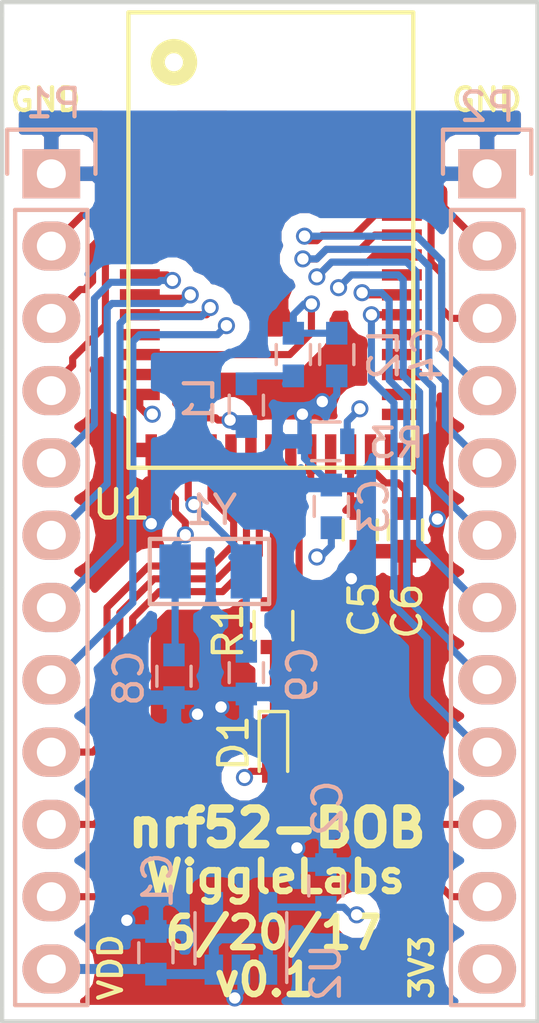
<source format=kicad_pcb>
(kicad_pcb (version 4) (host pcbnew 4.0.4-stable)

  (general
    (links 56)
    (no_connects 0)
    (area 25.197999 13.894999 44.144001 49.859001)
    (thickness 1.6)
    (drawings 21)
    (tracks 327)
    (zones 0)
    (modules 18)
    (nets 42)
  )

  (page A4)
  (layers
    (0 F.Cu signal)
    (1 In1.Cu signal)
    (2 In2.Cu signal)
    (31 B.Cu signal)
    (32 B.Adhes user)
    (33 F.Adhes user)
    (34 B.Paste user)
    (35 F.Paste user)
    (36 B.SilkS user)
    (37 F.SilkS user)
    (38 B.Mask user)
    (39 F.Mask user)
    (40 Dwgs.User user)
    (41 Cmts.User user)
    (42 Eco1.User user)
    (43 Eco2.User user)
    (44 Edge.Cuts user)
    (45 Margin user)
    (46 B.CrtYd user)
    (47 F.CrtYd user)
    (48 B.Fab user)
    (49 F.Fab user)
  )

  (setup
    (last_trace_width 0.25)
    (trace_clearance 0.2)
    (zone_clearance 0.508)
    (zone_45_only no)
    (trace_min 0.2)
    (segment_width 0.2)
    (edge_width 0.15)
    (via_size 0.6)
    (via_drill 0.4)
    (via_min_size 0.4)
    (via_min_drill 0.3)
    (uvia_size 0.3)
    (uvia_drill 0.1)
    (uvias_allowed no)
    (uvia_min_size 0.2)
    (uvia_min_drill 0.1)
    (pcb_text_width 0.3)
    (pcb_text_size 1.5 1.5)
    (mod_edge_width 0.15)
    (mod_text_size 1 1)
    (mod_text_width 0.15)
    (pad_size 1.524 1.524)
    (pad_drill 0.762)
    (pad_to_mask_clearance 0.2)
    (aux_axis_origin 0 0)
    (visible_elements 7FFEFFFF)
    (pcbplotparams
      (layerselection 0x010fc_80000007)
      (usegerberextensions false)
      (excludeedgelayer true)
      (linewidth 0.100000)
      (plotframeref false)
      (viasonmask false)
      (mode 1)
      (useauxorigin false)
      (hpglpennumber 1)
      (hpglpenspeed 20)
      (hpglpendiameter 15)
      (hpglpenoverlay 2)
      (psnegative false)
      (psa4output false)
      (plotreference true)
      (plotvalue true)
      (plotinvisibletext false)
      (padsonsilk false)
      (subtractmaskfromsilk false)
      (outputformat 1)
      (mirror false)
      (drillshape 0)
      (scaleselection 1)
      (outputdirectory tagged_releases/hardware/v0.1/manafacturing/))
  )

  (net 0 "")
  (net 1 VDD)
  (net 2 GND)
  (net 3 +3V3)
  (net 4 /SWDCLK)
  (net 5 /SWDIO)
  (net 6 /P0_10)
  (net 7 /P0_09)
  (net 8 "Net-(C4-Pad1)")
  (net 9 "Net-(C8-Pad2)")
  (net 10 "Net-(C9-Pad2)")
  (net 11 "Net-(D1-Pad1)")
  (net 12 "Net-(L1-Pad1)")
  (net 13 "Net-(L1-Pad2)")
  (net 14 /P0_20)
  (net 15 /P0.23)
  (net 16 /P0.21)
  (net 17 /P0_19)
  (net 18 /P0_18)
  (net 19 /P0_17)
  (net 20 /P0_16)
  (net 21 /P0_15)
  (net 22 /P0_14)
  (net 23 /P0_13)
  (net 24 /P0_12)
  (net 25 /P0_11)
  (net 26 /P0_08)
  (net 27 /P0_07)
  (net 28 /P0_06)
  (net 29 /P0_05)
  (net 30 /P0_04)
  (net 31 /P0_03)
  (net 32 /P0_02)
  (net 33 /P0_25)
  (net 34 /P0_26)
  (net 35 /P0_27)
  (net 36 /P0_28)
  (net 37 /P0_29)
  (net 38 /P0_30)
  (net 39 /P0_31)
  (net 40 /P0.22)
  (net 41 /P0_24)

  (net_class Default "This is the default net class."
    (clearance 0.2)
    (trace_width 0.25)
    (via_dia 0.6)
    (via_drill 0.4)
    (uvia_dia 0.3)
    (uvia_drill 0.1)
    (add_net +3V3)
    (add_net /P0.21)
    (add_net /P0.22)
    (add_net /P0.23)
    (add_net /P0_02)
    (add_net /P0_03)
    (add_net /P0_04)
    (add_net /P0_05)
    (add_net /P0_06)
    (add_net /P0_07)
    (add_net /P0_08)
    (add_net /P0_09)
    (add_net /P0_10)
    (add_net /P0_11)
    (add_net /P0_12)
    (add_net /P0_13)
    (add_net /P0_14)
    (add_net /P0_15)
    (add_net /P0_16)
    (add_net /P0_17)
    (add_net /P0_18)
    (add_net /P0_19)
    (add_net /P0_20)
    (add_net /P0_24)
    (add_net /P0_25)
    (add_net /P0_26)
    (add_net /P0_27)
    (add_net /P0_28)
    (add_net /P0_29)
    (add_net /P0_30)
    (add_net /P0_31)
    (add_net /SWDCLK)
    (add_net /SWDIO)
    (add_net GND)
    (add_net "Net-(C4-Pad1)")
    (add_net "Net-(C8-Pad2)")
    (add_net "Net-(C9-Pad2)")
    (add_net "Net-(D1-Pad1)")
    (add_net "Net-(L1-Pad1)")
    (add_net "Net-(L1-Pad2)")
  )

  (net_class vdd_pwr ""
    (clearance 0.2)
    (trace_width 0.35)
    (via_dia 0.6)
    (via_drill 0.4)
    (uvia_dia 0.3)
    (uvia_drill 0.1)
    (add_net VDD)
  )

  (module Pin_Headers:Pin_Header_Straight_1x12 (layer B.Cu) (tedit 57A9FA00) (tstamp 57A9FA14)
    (at 27 20 180)
    (descr "Through hole pin header")
    (tags "pin header")
    (path /57A53D62)
    (fp_text reference P1 (at -0.076 2.474 180) (layer B.SilkS)
      (effects (font (size 1 1) (thickness 0.15)) (justify mirror))
    )
    (fp_text value CONN_01X12 (at 0 3.1 180) (layer B.Fab) hide
      (effects (font (size 1 1) (thickness 0.15)) (justify mirror))
    )
    (fp_line (start -1.75 1.75) (end -1.75 -29.7) (layer B.CrtYd) (width 0.05))
    (fp_line (start 1.75 1.75) (end 1.75 -29.7) (layer B.CrtYd) (width 0.05))
    (fp_line (start -1.75 1.75) (end 1.75 1.75) (layer B.CrtYd) (width 0.05))
    (fp_line (start -1.75 -29.7) (end 1.75 -29.7) (layer B.CrtYd) (width 0.05))
    (fp_line (start 1.27 -1.27) (end 1.27 -29.21) (layer B.SilkS) (width 0.15))
    (fp_line (start 1.27 -29.21) (end -1.27 -29.21) (layer B.SilkS) (width 0.15))
    (fp_line (start -1.27 -29.21) (end -1.27 -1.27) (layer B.SilkS) (width 0.15))
    (fp_line (start 1.55 1.55) (end 1.55 0) (layer B.SilkS) (width 0.15))
    (fp_line (start 1.27 -1.27) (end -1.27 -1.27) (layer B.SilkS) (width 0.15))
    (fp_line (start -1.55 0) (end -1.55 1.55) (layer B.SilkS) (width 0.15))
    (fp_line (start -1.55 1.55) (end 1.55 1.55) (layer B.SilkS) (width 0.15))
    (pad 1 thru_hole rect (at 0 0 180) (size 2.032 1.7272) (drill 1.016) (layers *.Cu *.Mask B.SilkS)
      (net 2 GND))
    (pad 2 thru_hole oval (at 0 -2.54 180) (size 2.032 1.7272) (drill 1.016) (layers *.Cu *.Mask B.SilkS)
      (net 33 /P0_25))
    (pad 3 thru_hole oval (at 0 -5.08 180) (size 2.032 1.7272) (drill 1.016) (layers *.Cu *.Mask B.SilkS)
      (net 34 /P0_26))
    (pad 4 thru_hole oval (at 0 -7.62 180) (size 2.032 1.7272) (drill 1.016) (layers *.Cu *.Mask B.SilkS)
      (net 35 /P0_27))
    (pad 5 thru_hole oval (at 0 -10.16 180) (size 2.032 1.7272) (drill 1.016) (layers *.Cu *.Mask B.SilkS)
      (net 36 /P0_28))
    (pad 6 thru_hole oval (at 0 -12.7 180) (size 2.032 1.7272) (drill 1.016) (layers *.Cu *.Mask B.SilkS)
      (net 37 /P0_29))
    (pad 7 thru_hole oval (at 0 -15.24 180) (size 2.032 1.7272) (drill 1.016) (layers *.Cu *.Mask B.SilkS)
      (net 38 /P0_30))
    (pad 8 thru_hole oval (at 0 -17.78 180) (size 2.032 1.7272) (drill 1.016) (layers *.Cu *.Mask B.SilkS)
      (net 39 /P0_31))
    (pad 9 thru_hole oval (at 0 -20.32 180) (size 2.032 1.7272) (drill 1.016) (layers *.Cu *.Mask B.SilkS)
      (net 32 /P0_02))
    (pad 10 thru_hole oval (at 0 -22.86 180) (size 2.032 1.7272) (drill 1.016) (layers *.Cu *.Mask B.SilkS)
      (net 31 /P0_03))
    (pad 11 thru_hole oval (at 0 -25.4 180) (size 2.032 1.7272) (drill 1.016) (layers *.Cu *.Mask B.SilkS)
      (net 30 /P0_04))
    (pad 12 thru_hole oval (at 0 -27.94 180) (size 2.032 1.7272) (drill 1.016) (layers *.Cu *.Mask B.SilkS)
      (net 1 VDD))
    (model Pin_Headers.3dshapes/Pin_Header_Straight_1x12.wrl
      (at (xyz 0 -0.55 0))
      (scale (xyz 1 1 1))
      (rotate (xyz 0 0 90))
    )
  )

  (module Pin_Headers:Pin_Header_Straight_1x12 (layer B.Cu) (tedit 57A9FA07) (tstamp 57A9FA24)
    (at 42.3 20 180)
    (descr "Through hole pin header")
    (tags "pin header")
    (path /57A59B25)
    (fp_text reference P2 (at -0.009 2.347 180) (layer B.SilkS)
      (effects (font (size 1 1) (thickness 0.15)) (justify mirror))
    )
    (fp_text value CONN_01X12 (at 0 3.1 180) (layer B.Fab) hide
      (effects (font (size 1 1) (thickness 0.15)) (justify mirror))
    )
    (fp_line (start -1.75 1.75) (end -1.75 -29.7) (layer B.CrtYd) (width 0.05))
    (fp_line (start 1.75 1.75) (end 1.75 -29.7) (layer B.CrtYd) (width 0.05))
    (fp_line (start -1.75 1.75) (end 1.75 1.75) (layer B.CrtYd) (width 0.05))
    (fp_line (start -1.75 -29.7) (end 1.75 -29.7) (layer B.CrtYd) (width 0.05))
    (fp_line (start 1.27 -1.27) (end 1.27 -29.21) (layer B.SilkS) (width 0.15))
    (fp_line (start 1.27 -29.21) (end -1.27 -29.21) (layer B.SilkS) (width 0.15))
    (fp_line (start -1.27 -29.21) (end -1.27 -1.27) (layer B.SilkS) (width 0.15))
    (fp_line (start 1.55 1.55) (end 1.55 0) (layer B.SilkS) (width 0.15))
    (fp_line (start 1.27 -1.27) (end -1.27 -1.27) (layer B.SilkS) (width 0.15))
    (fp_line (start -1.55 0) (end -1.55 1.55) (layer B.SilkS) (width 0.15))
    (fp_line (start -1.55 1.55) (end 1.55 1.55) (layer B.SilkS) (width 0.15))
    (pad 1 thru_hole rect (at 0 0 180) (size 2.032 1.7272) (drill 1.016) (layers *.Cu *.Mask B.SilkS)
      (net 2 GND))
    (pad 2 thru_hole oval (at 0 -2.54 180) (size 2.032 1.7272) (drill 1.016) (layers *.Cu *.Mask B.SilkS)
      (net 5 /SWDIO))
    (pad 3 thru_hole oval (at 0 -5.08 180) (size 2.032 1.7272) (drill 1.016) (layers *.Cu *.Mask B.SilkS)
      (net 4 /SWDCLK))
    (pad 4 thru_hole oval (at 0 -7.62 180) (size 2.032 1.7272) (drill 1.016) (layers *.Cu *.Mask B.SilkS)
      (net 16 /P0.21))
    (pad 5 thru_hole oval (at 0 -10.16 180) (size 2.032 1.7272) (drill 1.016) (layers *.Cu *.Mask B.SilkS)
      (net 14 /P0_20))
    (pad 6 thru_hole oval (at 0 -12.7 180) (size 2.032 1.7272) (drill 1.016) (layers *.Cu *.Mask B.SilkS)
      (net 17 /P0_19))
    (pad 7 thru_hole oval (at 0 -15.24 180) (size 2.032 1.7272) (drill 1.016) (layers *.Cu *.Mask B.SilkS)
      (net 18 /P0_18))
    (pad 8 thru_hole oval (at 0 -17.78 180) (size 2.032 1.7272) (drill 1.016) (layers *.Cu *.Mask B.SilkS)
      (net 19 /P0_17))
    (pad 9 thru_hole oval (at 0 -20.32 180) (size 2.032 1.7272) (drill 1.016) (layers *.Cu *.Mask B.SilkS)
      (net 20 /P0_16))
    (pad 10 thru_hole oval (at 0 -22.86 180) (size 2.032 1.7272) (drill 1.016) (layers *.Cu *.Mask B.SilkS)
      (net 27 /P0_07))
    (pad 11 thru_hole oval (at 0 -25.4 180) (size 2.032 1.7272) (drill 1.016) (layers *.Cu *.Mask B.SilkS)
      (net 28 /P0_06))
    (pad 12 thru_hole oval (at 0 -27.94 180) (size 2.032 1.7272) (drill 1.016) (layers *.Cu *.Mask B.SilkS)
      (net 3 +3V3))
    (model Pin_Headers.3dshapes/Pin_Header_Straight_1x12.wrl
      (at (xyz 0 -0.55 0))
      (scale (xyz 1 1 1))
      (rotate (xyz 0 0 90))
    )
  )

  (module Capacitors_SMD:C_0603 (layer B.Cu) (tedit 5944CB0E) (tstamp 5944CA0C)
    (at 30.6705 47.371 90)
    (descr "Capacitor SMD 0603, reflow soldering, AVX (see smccp.pdf)")
    (tags "capacitor 0603")
    (path /57A61236)
    (attr smd)
    (fp_text reference C1 (at 2.54 0.0635 90) (layer B.SilkS)
      (effects (font (size 1 1) (thickness 0.15)) (justify mirror))
    )
    (fp_text value 1uF (at 0 -1.5 90) (layer B.Fab) hide
      (effects (font (size 1 1) (thickness 0.15)) (justify mirror))
    )
    (fp_text user %R (at 2.54 0.0635 90) (layer B.Fab)
      (effects (font (size 1 1) (thickness 0.15)) (justify mirror))
    )
    (fp_line (start -0.8 -0.4) (end -0.8 0.4) (layer B.Fab) (width 0.1))
    (fp_line (start 0.8 -0.4) (end -0.8 -0.4) (layer B.Fab) (width 0.1))
    (fp_line (start 0.8 0.4) (end 0.8 -0.4) (layer B.Fab) (width 0.1))
    (fp_line (start -0.8 0.4) (end 0.8 0.4) (layer B.Fab) (width 0.1))
    (fp_line (start -0.35 0.6) (end 0.35 0.6) (layer B.SilkS) (width 0.12))
    (fp_line (start 0.35 -0.6) (end -0.35 -0.6) (layer B.SilkS) (width 0.12))
    (fp_line (start -1.4 0.65) (end 1.4 0.65) (layer B.CrtYd) (width 0.05))
    (fp_line (start -1.4 0.65) (end -1.4 -0.65) (layer B.CrtYd) (width 0.05))
    (fp_line (start 1.4 -0.65) (end 1.4 0.65) (layer B.CrtYd) (width 0.05))
    (fp_line (start 1.4 -0.65) (end -1.4 -0.65) (layer B.CrtYd) (width 0.05))
    (pad 1 smd rect (at -0.75 0 90) (size 0.8 0.75) (layers B.Cu B.Paste B.Mask)
      (net 1 VDD))
    (pad 2 smd rect (at 0.75 0 90) (size 0.8 0.75) (layers B.Cu B.Paste B.Mask)
      (net 2 GND))
    (model Capacitors_SMD.3dshapes/C_0603.wrl
      (at (xyz 0 0 0))
      (scale (xyz 1 1 1))
      (rotate (xyz 0 0 0))
    )
  )

  (module Capacitors_SMD:C_0603 (layer B.Cu) (tedit 5944CB28) (tstamp 5944CA12)
    (at 36.6395 45.0215 90)
    (descr "Capacitor SMD 0603, reflow soldering, AVX (see smccp.pdf)")
    (tags "capacitor 0603")
    (path /57A618EA)
    (attr smd)
    (fp_text reference C2 (at 2.7305 0.0635 90) (layer B.SilkS)
      (effects (font (size 1 1) (thickness 0.15)) (justify mirror))
    )
    (fp_text value 100nF (at 0 -1.5 90) (layer B.Fab) hide
      (effects (font (size 1 1) (thickness 0.15)) (justify mirror))
    )
    (fp_text user %R (at 2.7305 0.0635 90) (layer B.Fab)
      (effects (font (size 1 1) (thickness 0.15)) (justify mirror))
    )
    (fp_line (start -0.8 -0.4) (end -0.8 0.4) (layer B.Fab) (width 0.1))
    (fp_line (start 0.8 -0.4) (end -0.8 -0.4) (layer B.Fab) (width 0.1))
    (fp_line (start 0.8 0.4) (end 0.8 -0.4) (layer B.Fab) (width 0.1))
    (fp_line (start -0.8 0.4) (end 0.8 0.4) (layer B.Fab) (width 0.1))
    (fp_line (start -0.35 0.6) (end 0.35 0.6) (layer B.SilkS) (width 0.12))
    (fp_line (start 0.35 -0.6) (end -0.35 -0.6) (layer B.SilkS) (width 0.12))
    (fp_line (start -1.4 0.65) (end 1.4 0.65) (layer B.CrtYd) (width 0.05))
    (fp_line (start -1.4 0.65) (end -1.4 -0.65) (layer B.CrtYd) (width 0.05))
    (fp_line (start 1.4 -0.65) (end 1.4 0.65) (layer B.CrtYd) (width 0.05))
    (fp_line (start 1.4 -0.65) (end -1.4 -0.65) (layer B.CrtYd) (width 0.05))
    (pad 1 smd rect (at -0.75 0 90) (size 0.8 0.75) (layers B.Cu B.Paste B.Mask)
      (net 3 +3V3))
    (pad 2 smd rect (at 0.75 0 90) (size 0.8 0.75) (layers B.Cu B.Paste B.Mask)
      (net 2 GND))
    (model Capacitors_SMD.3dshapes/C_0603.wrl
      (at (xyz 0 0 0))
      (scale (xyz 1 1 1))
      (rotate (xyz 0 0 0))
    )
  )

  (module Capacitors_SMD:C_0603 (layer B.Cu) (tedit 5944CB22) (tstamp 5944CA18)
    (at 36.83 31.6865 90)
    (descr "Capacitor SMD 0603, reflow soldering, AVX (see smccp.pdf)")
    (tags "capacitor 0603")
    (path /57A5B96C)
    (attr smd)
    (fp_text reference C3 (at 0 1.5 90) (layer B.SilkS)
      (effects (font (size 1 1) (thickness 0.15)) (justify mirror))
    )
    (fp_text value 10uF (at 0 -1.5 90) (layer B.Fab) hide
      (effects (font (size 1 1) (thickness 0.15)) (justify mirror))
    )
    (fp_text user %R (at 0.0635 1.524 270) (layer B.Fab)
      (effects (font (size 1 1) (thickness 0.15)) (justify mirror))
    )
    (fp_line (start -0.8 -0.4) (end -0.8 0.4) (layer B.Fab) (width 0.1))
    (fp_line (start 0.8 -0.4) (end -0.8 -0.4) (layer B.Fab) (width 0.1))
    (fp_line (start 0.8 0.4) (end 0.8 -0.4) (layer B.Fab) (width 0.1))
    (fp_line (start -0.8 0.4) (end 0.8 0.4) (layer B.Fab) (width 0.1))
    (fp_line (start -0.35 0.6) (end 0.35 0.6) (layer B.SilkS) (width 0.12))
    (fp_line (start 0.35 -0.6) (end -0.35 -0.6) (layer B.SilkS) (width 0.12))
    (fp_line (start -1.4 0.65) (end 1.4 0.65) (layer B.CrtYd) (width 0.05))
    (fp_line (start -1.4 0.65) (end -1.4 -0.65) (layer B.CrtYd) (width 0.05))
    (fp_line (start 1.4 -0.65) (end 1.4 0.65) (layer B.CrtYd) (width 0.05))
    (fp_line (start 1.4 -0.65) (end -1.4 -0.65) (layer B.CrtYd) (width 0.05))
    (pad 1 smd rect (at -0.75 0 90) (size 0.8 0.75) (layers B.Cu B.Paste B.Mask)
      (net 3 +3V3))
    (pad 2 smd rect (at 0.75 0 90) (size 0.8 0.75) (layers B.Cu B.Paste B.Mask)
      (net 2 GND))
    (model Capacitors_SMD.3dshapes/C_0603.wrl
      (at (xyz 0 0 0))
      (scale (xyz 1 1 1))
      (rotate (xyz 0 0 0))
    )
  )

  (module Capacitors_SMD:C_0603 (layer B.Cu) (tedit 5944CB2B) (tstamp 5944CA1E)
    (at 37.0205 26.3525 270)
    (descr "Capacitor SMD 0603, reflow soldering, AVX (see smccp.pdf)")
    (tags "capacitor 0603")
    (path /57A5C46D)
    (attr smd)
    (fp_text reference C4 (at 0 -3.175 270) (layer B.SilkS)
      (effects (font (size 1 1) (thickness 0.15)) (justify mirror))
    )
    (fp_text value 1uF (at 0 -1.5 270) (layer B.Fab) hide
      (effects (font (size 1 1) (thickness 0.15)) (justify mirror))
    )
    (fp_text user %R (at 0 -3.175 270) (layer B.Fab)
      (effects (font (size 1 1) (thickness 0.15)) (justify mirror))
    )
    (fp_line (start -0.8 -0.4) (end -0.8 0.4) (layer B.Fab) (width 0.1))
    (fp_line (start 0.8 -0.4) (end -0.8 -0.4) (layer B.Fab) (width 0.1))
    (fp_line (start 0.8 0.4) (end 0.8 -0.4) (layer B.Fab) (width 0.1))
    (fp_line (start -0.8 0.4) (end 0.8 0.4) (layer B.Fab) (width 0.1))
    (fp_line (start -0.35 0.6) (end 0.35 0.6) (layer B.SilkS) (width 0.12))
    (fp_line (start 0.35 -0.6) (end -0.35 -0.6) (layer B.SilkS) (width 0.12))
    (fp_line (start -1.4 0.65) (end 1.4 0.65) (layer B.CrtYd) (width 0.05))
    (fp_line (start -1.4 0.65) (end -1.4 -0.65) (layer B.CrtYd) (width 0.05))
    (fp_line (start 1.4 -0.65) (end 1.4 0.65) (layer B.CrtYd) (width 0.05))
    (fp_line (start 1.4 -0.65) (end -1.4 -0.65) (layer B.CrtYd) (width 0.05))
    (pad 1 smd rect (at -0.75 0 270) (size 0.8 0.75) (layers B.Cu B.Paste B.Mask)
      (net 8 "Net-(C4-Pad1)"))
    (pad 2 smd rect (at 0.75 0 270) (size 0.8 0.75) (layers B.Cu B.Paste B.Mask)
      (net 2 GND))
    (model Capacitors_SMD.3dshapes/C_0603.wrl
      (at (xyz 0 0 0))
      (scale (xyz 1 1 1))
      (rotate (xyz 0 0 0))
    )
  )

  (module Capacitors_SMD:C_0603 (layer F.Cu) (tedit 5944CB0B) (tstamp 5944CA24)
    (at 37.846 32.512 90)
    (descr "Capacitor SMD 0603, reflow soldering, AVX (see smccp.pdf)")
    (tags "capacitor 0603")
    (path /594528C5)
    (attr smd)
    (fp_text reference C5 (at -2.794 0.127 90) (layer F.SilkS)
      (effects (font (size 1 1) (thickness 0.15)))
    )
    (fp_text value 0.1uF (at 0 1.5 90) (layer F.Fab) hide
      (effects (font (size 1 1) (thickness 0.15)))
    )
    (fp_text user %R (at -2.8575 0.127 90) (layer F.Fab)
      (effects (font (size 1 1) (thickness 0.15)))
    )
    (fp_line (start -0.8 0.4) (end -0.8 -0.4) (layer F.Fab) (width 0.1))
    (fp_line (start 0.8 0.4) (end -0.8 0.4) (layer F.Fab) (width 0.1))
    (fp_line (start 0.8 -0.4) (end 0.8 0.4) (layer F.Fab) (width 0.1))
    (fp_line (start -0.8 -0.4) (end 0.8 -0.4) (layer F.Fab) (width 0.1))
    (fp_line (start -0.35 -0.6) (end 0.35 -0.6) (layer F.SilkS) (width 0.12))
    (fp_line (start 0.35 0.6) (end -0.35 0.6) (layer F.SilkS) (width 0.12))
    (fp_line (start -1.4 -0.65) (end 1.4 -0.65) (layer F.CrtYd) (width 0.05))
    (fp_line (start -1.4 -0.65) (end -1.4 0.65) (layer F.CrtYd) (width 0.05))
    (fp_line (start 1.4 0.65) (end 1.4 -0.65) (layer F.CrtYd) (width 0.05))
    (fp_line (start 1.4 0.65) (end -1.4 0.65) (layer F.CrtYd) (width 0.05))
    (pad 1 smd rect (at -0.75 0 90) (size 0.8 0.75) (layers F.Cu F.Paste F.Mask)
      (net 2 GND))
    (pad 2 smd rect (at 0.75 0 90) (size 0.8 0.75) (layers F.Cu F.Paste F.Mask)
      (net 7 /P0_09))
    (model Capacitors_SMD.3dshapes/C_0603.wrl
      (at (xyz 0 0 0))
      (scale (xyz 1 1 1))
      (rotate (xyz 0 0 0))
    )
  )

  (module Capacitors_SMD:C_0603 (layer F.Cu) (tedit 5944CB20) (tstamp 5944CA2A)
    (at 39.4335 32.512 90)
    (descr "Capacitor SMD 0603, reflow soldering, AVX (see smccp.pdf)")
    (tags "capacitor 0603")
    (path /59452BD4)
    (attr smd)
    (fp_text reference C6 (at -2.8575 0.0635 90) (layer F.SilkS)
      (effects (font (size 1 1) (thickness 0.15)))
    )
    (fp_text value 0.1uF (at 0 1.5 90) (layer F.Fab) hide
      (effects (font (size 1 1) (thickness 0.15)))
    )
    (fp_text user %R (at -2.8575 0.0635 90) (layer F.Fab)
      (effects (font (size 1 1) (thickness 0.15)))
    )
    (fp_line (start -0.8 0.4) (end -0.8 -0.4) (layer F.Fab) (width 0.1))
    (fp_line (start 0.8 0.4) (end -0.8 0.4) (layer F.Fab) (width 0.1))
    (fp_line (start 0.8 -0.4) (end 0.8 0.4) (layer F.Fab) (width 0.1))
    (fp_line (start -0.8 -0.4) (end 0.8 -0.4) (layer F.Fab) (width 0.1))
    (fp_line (start -0.35 -0.6) (end 0.35 -0.6) (layer F.SilkS) (width 0.12))
    (fp_line (start 0.35 0.6) (end -0.35 0.6) (layer F.SilkS) (width 0.12))
    (fp_line (start -1.4 -0.65) (end 1.4 -0.65) (layer F.CrtYd) (width 0.05))
    (fp_line (start -1.4 -0.65) (end -1.4 0.65) (layer F.CrtYd) (width 0.05))
    (fp_line (start 1.4 0.65) (end 1.4 -0.65) (layer F.CrtYd) (width 0.05))
    (fp_line (start 1.4 0.65) (end -1.4 0.65) (layer F.CrtYd) (width 0.05))
    (pad 1 smd rect (at -0.75 0 90) (size 0.8 0.75) (layers F.Cu F.Paste F.Mask)
      (net 2 GND))
    (pad 2 smd rect (at 0.75 0 90) (size 0.8 0.75) (layers F.Cu F.Paste F.Mask)
      (net 6 /P0_10))
    (model Capacitors_SMD.3dshapes/C_0603.wrl
      (at (xyz 0 0 0))
      (scale (xyz 1 1 1))
      (rotate (xyz 0 0 0))
    )
  )

  (module Capacitors_SMD:C_0603 (layer B.Cu) (tedit 5944CB24) (tstamp 5944CA30)
    (at 31.3055 37.6555 90)
    (descr "Capacitor SMD 0603, reflow soldering, AVX (see smccp.pdf)")
    (tags "capacitor 0603")
    (path /57A5B1F5)
    (attr smd)
    (fp_text reference C8 (at -0.0635 -1.5875 90) (layer B.SilkS)
      (effects (font (size 1 1) (thickness 0.15)) (justify mirror))
    )
    (fp_text value 9pF (at 0 -1.5 90) (layer B.Fab) hide
      (effects (font (size 1 1) (thickness 0.15)) (justify mirror))
    )
    (fp_text user %R (at 0 -1.5875 90) (layer B.Fab)
      (effects (font (size 1 1) (thickness 0.15)) (justify mirror))
    )
    (fp_line (start -0.8 -0.4) (end -0.8 0.4) (layer B.Fab) (width 0.1))
    (fp_line (start 0.8 -0.4) (end -0.8 -0.4) (layer B.Fab) (width 0.1))
    (fp_line (start 0.8 0.4) (end 0.8 -0.4) (layer B.Fab) (width 0.1))
    (fp_line (start -0.8 0.4) (end 0.8 0.4) (layer B.Fab) (width 0.1))
    (fp_line (start -0.35 0.6) (end 0.35 0.6) (layer B.SilkS) (width 0.12))
    (fp_line (start 0.35 -0.6) (end -0.35 -0.6) (layer B.SilkS) (width 0.12))
    (fp_line (start -1.4 0.65) (end 1.4 0.65) (layer B.CrtYd) (width 0.05))
    (fp_line (start -1.4 0.65) (end -1.4 -0.65) (layer B.CrtYd) (width 0.05))
    (fp_line (start 1.4 -0.65) (end 1.4 0.65) (layer B.CrtYd) (width 0.05))
    (fp_line (start 1.4 -0.65) (end -1.4 -0.65) (layer B.CrtYd) (width 0.05))
    (pad 1 smd rect (at -0.75 0 90) (size 0.8 0.75) (layers B.Cu B.Paste B.Mask)
      (net 2 GND))
    (pad 2 smd rect (at 0.75 0 90) (size 0.8 0.75) (layers B.Cu B.Paste B.Mask)
      (net 9 "Net-(C8-Pad2)"))
    (model Capacitors_SMD.3dshapes/C_0603.wrl
      (at (xyz 0 0 0))
      (scale (xyz 1 1 1))
      (rotate (xyz 0 0 0))
    )
  )

  (module Capacitors_SMD:C_0603 (layer B.Cu) (tedit 5944CB1B) (tstamp 5944CA36)
    (at 33.8455 37.5285 90)
    (descr "Capacitor SMD 0603, reflow soldering, AVX (see smccp.pdf)")
    (tags "capacitor 0603")
    (path /57A5B249)
    (attr smd)
    (fp_text reference C9 (at -0.0635 1.9685 90) (layer B.SilkS)
      (effects (font (size 1 1) (thickness 0.15)) (justify mirror))
    )
    (fp_text value 9pF (at 0 -1.5 90) (layer B.Fab) hide
      (effects (font (size 1 1) (thickness 0.15)) (justify mirror))
    )
    (fp_text user %R (at -0.0635 1.9685 90) (layer B.Fab)
      (effects (font (size 1 1) (thickness 0.15)) (justify mirror))
    )
    (fp_line (start -0.8 -0.4) (end -0.8 0.4) (layer B.Fab) (width 0.1))
    (fp_line (start 0.8 -0.4) (end -0.8 -0.4) (layer B.Fab) (width 0.1))
    (fp_line (start 0.8 0.4) (end 0.8 -0.4) (layer B.Fab) (width 0.1))
    (fp_line (start -0.8 0.4) (end 0.8 0.4) (layer B.Fab) (width 0.1))
    (fp_line (start -0.35 0.6) (end 0.35 0.6) (layer B.SilkS) (width 0.12))
    (fp_line (start 0.35 -0.6) (end -0.35 -0.6) (layer B.SilkS) (width 0.12))
    (fp_line (start -1.4 0.65) (end 1.4 0.65) (layer B.CrtYd) (width 0.05))
    (fp_line (start -1.4 0.65) (end -1.4 -0.65) (layer B.CrtYd) (width 0.05))
    (fp_line (start 1.4 -0.65) (end 1.4 0.65) (layer B.CrtYd) (width 0.05))
    (fp_line (start 1.4 -0.65) (end -1.4 -0.65) (layer B.CrtYd) (width 0.05))
    (pad 1 smd rect (at -0.75 0 90) (size 0.8 0.75) (layers B.Cu B.Paste B.Mask)
      (net 2 GND))
    (pad 2 smd rect (at 0.75 0 90) (size 0.8 0.75) (layers B.Cu B.Paste B.Mask)
      (net 10 "Net-(C9-Pad2)"))
    (model Capacitors_SMD.3dshapes/C_0603.wrl
      (at (xyz 0 0 0))
      (scale (xyz 1 1 1))
      (rotate (xyz 0 0 0))
    )
  )

  (module LEDs:LED_0603 (layer F.Cu) (tedit 5944CB10) (tstamp 5944CA3C)
    (at 34.798 40.1955 270)
    (descr "LED 0603 smd package")
    (tags "LED led 0603 SMD smd SMT smt smdled SMDLED smtled SMTLED")
    (path /57A675AE)
    (attr smd)
    (fp_text reference D1 (at -0.1905 1.397 270) (layer F.SilkS)
      (effects (font (size 1 1) (thickness 0.15)))
    )
    (fp_text value LED (at 0 1.35 270) (layer F.Fab) hide
      (effects (font (size 1 1) (thickness 0.15)))
    )
    (fp_line (start -1.3 -0.5) (end -1.3 0.5) (layer F.SilkS) (width 0.12))
    (fp_line (start -0.2 -0.2) (end -0.2 0.2) (layer F.Fab) (width 0.1))
    (fp_line (start -0.15 0) (end 0.15 -0.2) (layer F.Fab) (width 0.1))
    (fp_line (start 0.15 0.2) (end -0.15 0) (layer F.Fab) (width 0.1))
    (fp_line (start 0.15 -0.2) (end 0.15 0.2) (layer F.Fab) (width 0.1))
    (fp_line (start 0.8 0.4) (end -0.8 0.4) (layer F.Fab) (width 0.1))
    (fp_line (start 0.8 -0.4) (end 0.8 0.4) (layer F.Fab) (width 0.1))
    (fp_line (start -0.8 -0.4) (end 0.8 -0.4) (layer F.Fab) (width 0.1))
    (fp_line (start -0.8 0.4) (end -0.8 -0.4) (layer F.Fab) (width 0.1))
    (fp_line (start -1.3 0.5) (end 0.8 0.5) (layer F.SilkS) (width 0.12))
    (fp_line (start -1.3 -0.5) (end 0.8 -0.5) (layer F.SilkS) (width 0.12))
    (fp_line (start 1.45 -0.65) (end 1.45 0.65) (layer F.CrtYd) (width 0.05))
    (fp_line (start 1.45 0.65) (end -1.45 0.65) (layer F.CrtYd) (width 0.05))
    (fp_line (start -1.45 0.65) (end -1.45 -0.65) (layer F.CrtYd) (width 0.05))
    (fp_line (start -1.45 -0.65) (end 1.45 -0.65) (layer F.CrtYd) (width 0.05))
    (pad 2 smd rect (at 0.8 0 90) (size 0.8 0.8) (layers F.Cu F.Paste F.Mask)
      (net 3 +3V3))
    (pad 1 smd rect (at -0.8 0 90) (size 0.8 0.8) (layers F.Cu F.Paste F.Mask)
      (net 11 "Net-(D1-Pad1)"))
    (model LEDs.3dshapes/LED_0603.wrl
      (at (xyz 0 0 0))
      (scale (xyz 1 1 1))
      (rotate (xyz 0 0 180))
    )
  )

  (module Capacitors_SMD:C_0603 (layer B.Cu) (tedit 5944CB15) (tstamp 5944CA42)
    (at 33.8455 28.1305 270)
    (descr "Capacitor SMD 0603, reflow soldering, AVX (see smccp.pdf)")
    (tags "capacitor 0603")
    (path /57A5BE63)
    (attr smd)
    (fp_text reference L1 (at -0.127 1.651 270) (layer B.SilkS)
      (effects (font (size 1 1) (thickness 0.15)) (justify mirror))
    )
    (fp_text value 10uH (at 0 -1.5 270) (layer B.Fab) hide
      (effects (font (size 1 1) (thickness 0.15)) (justify mirror))
    )
    (fp_text user %R (at -0.127 1.651 270) (layer B.Fab)
      (effects (font (size 1 1) (thickness 0.15)) (justify mirror))
    )
    (fp_line (start -0.8 -0.4) (end -0.8 0.4) (layer B.Fab) (width 0.1))
    (fp_line (start 0.8 -0.4) (end -0.8 -0.4) (layer B.Fab) (width 0.1))
    (fp_line (start 0.8 0.4) (end 0.8 -0.4) (layer B.Fab) (width 0.1))
    (fp_line (start -0.8 0.4) (end 0.8 0.4) (layer B.Fab) (width 0.1))
    (fp_line (start -0.35 0.6) (end 0.35 0.6) (layer B.SilkS) (width 0.12))
    (fp_line (start 0.35 -0.6) (end -0.35 -0.6) (layer B.SilkS) (width 0.12))
    (fp_line (start -1.4 0.65) (end 1.4 0.65) (layer B.CrtYd) (width 0.05))
    (fp_line (start -1.4 0.65) (end -1.4 -0.65) (layer B.CrtYd) (width 0.05))
    (fp_line (start 1.4 -0.65) (end 1.4 0.65) (layer B.CrtYd) (width 0.05))
    (fp_line (start 1.4 -0.65) (end -1.4 -0.65) (layer B.CrtYd) (width 0.05))
    (pad 1 smd rect (at -0.75 0 270) (size 0.8 0.75) (layers B.Cu B.Paste B.Mask)
      (net 12 "Net-(L1-Pad1)"))
    (pad 2 smd rect (at 0.75 0 270) (size 0.8 0.75) (layers B.Cu B.Paste B.Mask)
      (net 13 "Net-(L1-Pad2)"))
    (model Capacitors_SMD.3dshapes/C_0603.wrl
      (at (xyz 0 0 0))
      (scale (xyz 1 1 1))
      (rotate (xyz 0 0 0))
    )
  )

  (module Capacitors_SMD:C_0603 (layer B.Cu) (tedit 5944CB12) (tstamp 5944CA48)
    (at 35.4965 26.3525 270)
    (descr "Capacitor SMD 0603, reflow soldering, AVX (see smccp.pdf)")
    (tags "capacitor 0603")
    (path /57A5C02F)
    (attr smd)
    (fp_text reference L2 (at 0 -3.175 270) (layer B.SilkS)
      (effects (font (size 1 1) (thickness 0.15)) (justify mirror))
    )
    (fp_text value 15nH (at 0 -1.5 270) (layer B.Fab) hide
      (effects (font (size 1 1) (thickness 0.15)) (justify mirror))
    )
    (fp_text user %R (at 0 -3.175 270) (layer B.Fab)
      (effects (font (size 1 1) (thickness 0.15)) (justify mirror))
    )
    (fp_line (start -0.8 -0.4) (end -0.8 0.4) (layer B.Fab) (width 0.1))
    (fp_line (start 0.8 -0.4) (end -0.8 -0.4) (layer B.Fab) (width 0.1))
    (fp_line (start 0.8 0.4) (end 0.8 -0.4) (layer B.Fab) (width 0.1))
    (fp_line (start -0.8 0.4) (end 0.8 0.4) (layer B.Fab) (width 0.1))
    (fp_line (start -0.35 0.6) (end 0.35 0.6) (layer B.SilkS) (width 0.12))
    (fp_line (start 0.35 -0.6) (end -0.35 -0.6) (layer B.SilkS) (width 0.12))
    (fp_line (start -1.4 0.65) (end 1.4 0.65) (layer B.CrtYd) (width 0.05))
    (fp_line (start -1.4 0.65) (end -1.4 -0.65) (layer B.CrtYd) (width 0.05))
    (fp_line (start 1.4 -0.65) (end 1.4 0.65) (layer B.CrtYd) (width 0.05))
    (fp_line (start 1.4 -0.65) (end -1.4 -0.65) (layer B.CrtYd) (width 0.05))
    (pad 1 smd rect (at -0.75 0 270) (size 0.8 0.75) (layers B.Cu B.Paste B.Mask)
      (net 8 "Net-(C4-Pad1)"))
    (pad 2 smd rect (at 0.75 0 270) (size 0.8 0.75) (layers B.Cu B.Paste B.Mask)
      (net 12 "Net-(L1-Pad1)"))
    (model Capacitors_SMD.3dshapes/C_0603.wrl
      (at (xyz 0 0 0))
      (scale (xyz 1 1 1))
      (rotate (xyz 0 0 0))
    )
  )

  (module Resistors_SMD:R_0603 (layer F.Cu) (tedit 5944D9E9) (tstamp 5944CA4E)
    (at 34.798 35.8775 270)
    (descr "Resistor SMD 0603, reflow soldering, Vishay (see dcrcw.pdf)")
    (tags "resistor 0603")
    (path /57A67531)
    (attr smd)
    (fp_text reference R1 (at 0.1905 1.5875 270) (layer F.SilkS)
      (effects (font (size 1 1) (thickness 0.15)))
    )
    (fp_text value 4.7k (at 0 1.5 270) (layer F.Fab) hide
      (effects (font (size 1 1) (thickness 0.15)))
    )
    (fp_text user %R (at 0 0 270) (layer F.Fab) hide
      (effects (font (size 0.5 0.5) (thickness 0.075)))
    )
    (fp_line (start -0.8 0.4) (end -0.8 -0.4) (layer F.Fab) (width 0.1))
    (fp_line (start 0.8 0.4) (end -0.8 0.4) (layer F.Fab) (width 0.1))
    (fp_line (start 0.8 -0.4) (end 0.8 0.4) (layer F.Fab) (width 0.1))
    (fp_line (start -0.8 -0.4) (end 0.8 -0.4) (layer F.Fab) (width 0.1))
    (fp_line (start 0.5 0.68) (end -0.5 0.68) (layer F.SilkS) (width 0.12))
    (fp_line (start -0.5 -0.68) (end 0.5 -0.68) (layer F.SilkS) (width 0.12))
    (fp_line (start -1.25 -0.7) (end 1.25 -0.7) (layer F.CrtYd) (width 0.05))
    (fp_line (start -1.25 -0.7) (end -1.25 0.7) (layer F.CrtYd) (width 0.05))
    (fp_line (start 1.25 0.7) (end 1.25 -0.7) (layer F.CrtYd) (width 0.05))
    (fp_line (start 1.25 0.7) (end -1.25 0.7) (layer F.CrtYd) (width 0.05))
    (pad 1 smd rect (at -0.75 0 270) (size 0.5 0.9) (layers F.Cu F.Paste F.Mask)
      (net 29 /P0_05))
    (pad 2 smd rect (at 0.75 0 270) (size 0.5 0.9) (layers F.Cu F.Paste F.Mask)
      (net 11 "Net-(D1-Pad1)"))
    (model ${KISYS3DMOD}/Resistors_SMD.3dshapes/R_0603.wrl
      (at (xyz 0 0 0))
      (scale (xyz 1 1 1))
      (rotate (xyz 0 0 0))
    )
  )

  (module Resistors_SMD:R_0603 (layer B.Cu) (tedit 5944D9F0) (tstamp 5944CA54)
    (at 36.6395 29.4005)
    (descr "Resistor SMD 0603, reflow soldering, Vishay (see dcrcw.pdf)")
    (tags "resistor 0603")
    (path /57A5E299)
    (attr smd)
    (fp_text reference R3 (at 2.4765 0.0635) (layer B.SilkS)
      (effects (font (size 1 1) (thickness 0.15)) (justify mirror))
    )
    (fp_text value 12k (at 0 -1.5) (layer B.Fab) hide
      (effects (font (size 1 1) (thickness 0.15)) (justify mirror))
    )
    (fp_text user %R (at 2.3495 0.0635) (layer B.Fab) hide
      (effects (font (size 0.5 0.5) (thickness 0.075)) (justify mirror))
    )
    (fp_line (start -0.8 -0.4) (end -0.8 0.4) (layer B.Fab) (width 0.1))
    (fp_line (start 0.8 -0.4) (end -0.8 -0.4) (layer B.Fab) (width 0.1))
    (fp_line (start 0.8 0.4) (end 0.8 -0.4) (layer B.Fab) (width 0.1))
    (fp_line (start -0.8 0.4) (end 0.8 0.4) (layer B.Fab) (width 0.1))
    (fp_line (start 0.5 -0.68) (end -0.5 -0.68) (layer B.SilkS) (width 0.12))
    (fp_line (start -0.5 0.68) (end 0.5 0.68) (layer B.SilkS) (width 0.12))
    (fp_line (start -1.25 0.7) (end 1.25 0.7) (layer B.CrtYd) (width 0.05))
    (fp_line (start -1.25 0.7) (end -1.25 -0.7) (layer B.CrtYd) (width 0.05))
    (fp_line (start 1.25 -0.7) (end 1.25 0.7) (layer B.CrtYd) (width 0.05))
    (fp_line (start 1.25 -0.7) (end -1.25 -0.7) (layer B.CrtYd) (width 0.05))
    (pad 1 smd rect (at -0.75 0) (size 0.5 0.9) (layers B.Cu B.Paste B.Mask)
      (net 2 GND))
    (pad 2 smd rect (at 0.75 0) (size 0.5 0.9) (layers B.Cu B.Paste B.Mask)
      (net 4 /SWDCLK))
    (model ${KISYS3DMOD}/Resistors_SMD.3dshapes/R_0603.wrl
      (at (xyz 0 0 0))
      (scale (xyz 1 1 1))
      (rotate (xyz 0 0 0))
    )
  )

  (module TO_SOT_Packages_SMD:SOT-23-5 (layer B.Cu) (tedit 5944D8F9) (tstamp 5944CA5D)
    (at 33.655 46.863 90)
    (descr "5-pin SOT23 package")
    (tags SOT-23-5)
    (path /57A60D10)
    (attr smd)
    (fp_text reference U2 (at -1.2065 2.9845 90) (layer B.SilkS)
      (effects (font (size 1 1) (thickness 0.15)) (justify mirror))
    )
    (fp_text value TLV70033DDC (at 0 -2.9 90) (layer B.Fab) hide
      (effects (font (size 1 1) (thickness 0.15)) (justify mirror))
    )
    (fp_text user %R (at 0 0 90) (layer B.Fab) hide
      (effects (font (size 0.5 0.5) (thickness 0.075)) (justify mirror))
    )
    (fp_line (start -0.9 -1.61) (end 0.9 -1.61) (layer B.SilkS) (width 0.12))
    (fp_line (start 0.9 1.61) (end -1.55 1.61) (layer B.SilkS) (width 0.12))
    (fp_line (start -1.9 1.8) (end 1.9 1.8) (layer B.CrtYd) (width 0.05))
    (fp_line (start 1.9 1.8) (end 1.9 -1.8) (layer B.CrtYd) (width 0.05))
    (fp_line (start 1.9 -1.8) (end -1.9 -1.8) (layer B.CrtYd) (width 0.05))
    (fp_line (start -1.9 -1.8) (end -1.9 1.8) (layer B.CrtYd) (width 0.05))
    (fp_line (start -0.9 0.9) (end -0.25 1.55) (layer B.Fab) (width 0.1))
    (fp_line (start 0.9 1.55) (end -0.25 1.55) (layer B.Fab) (width 0.1))
    (fp_line (start -0.9 0.9) (end -0.9 -1.55) (layer B.Fab) (width 0.1))
    (fp_line (start 0.9 -1.55) (end -0.9 -1.55) (layer B.Fab) (width 0.1))
    (fp_line (start 0.9 1.55) (end 0.9 -1.55) (layer B.Fab) (width 0.1))
    (pad 1 smd rect (at -1.1 0.95 90) (size 1.06 0.65) (layers B.Cu B.Paste B.Mask)
      (net 1 VDD))
    (pad 2 smd rect (at -1.1 0 90) (size 1.06 0.65) (layers B.Cu B.Paste B.Mask)
      (net 2 GND))
    (pad 3 smd rect (at -1.1 -0.95 90) (size 1.06 0.65) (layers B.Cu B.Paste B.Mask)
      (net 1 VDD))
    (pad 4 smd rect (at 1.1 -0.95 90) (size 1.06 0.65) (layers B.Cu B.Paste B.Mask))
    (pad 5 smd rect (at 1.1 0.95 90) (size 1.06 0.65) (layers B.Cu B.Paste B.Mask)
      (net 3 +3V3))
    (model ${KISYS3DMOD}/TO_SOT_Packages_SMD.3dshapes/SOT-23-5.wrl
      (at (xyz 0 0 0))
      (scale (xyz 1 1 1))
      (rotate (xyz 0 0 0))
    )
  )

  (module watch_crystals:ABS07-LR-32.768kHz-6-1-T (layer B.Cu) (tedit 5944CB18) (tstamp 5944CA63)
    (at 31.3455 33.9725)
    (path /57A5B0FF)
    (fp_text reference Y1 (at 1.27 -2.159) (layer B.SilkS)
      (effects (font (size 1 1) (thickness 0.15)) (justify mirror))
    )
    (fp_text value 32.768kHz (at 2.286 2.286) (layer B.Fab) hide
      (effects (font (size 1 1) (thickness 0.15)) (justify mirror))
    )
    (fp_line (start -0.762 1.143) (end 3.302 1.143) (layer B.SilkS) (width 0.15))
    (fp_line (start 3.302 1.143) (end 3.302 -1.143) (layer B.SilkS) (width 0.15))
    (fp_line (start 3.302 -1.143) (end -0.889 -1.143) (layer B.SilkS) (width 0.15))
    (fp_line (start -0.889 -1.143) (end -0.889 1.143) (layer B.SilkS) (width 0.15))
    (fp_line (start -0.889 1.143) (end -0.762 1.143) (layer B.SilkS) (width 0.15))
    (pad 2 smd rect (at 2.5 0) (size 1.1 1.9) (layers B.Cu B.Paste B.Mask)
      (net 10 "Net-(C9-Pad2)"))
    (pad 1 smd rect (at 0 0) (size 1.1 1.9) (layers B.Cu B.Paste B.Mask)
      (net 9 "Net-(C8-Pad2)"))
  )

  (module raytac:MDBT42 (layer F.Cu) (tedit 5944CB03) (tstamp 5944CBAB)
    (at 34.7065 22.254)
    (path /5944D402)
    (fp_text reference U1 (at -5.2425 9.369) (layer F.SilkS)
      (effects (font (size 1 1) (thickness 0.15)))
    )
    (fp_text value MDBT42 (at 0.2185 -6.831) (layer F.Fab) hide
      (effects (font (size 1 1) (thickness 0.15)))
    )
    (fp_line (start 5 8.0762) (end 5 -7.9238) (layer F.SilkS) (width 0.15))
    (fp_line (start 5 -7.9238) (end -5 -7.9238) (layer F.SilkS) (width 0.15))
    (fp_line (start -5 8.0762) (end 5 8.0762) (layer F.SilkS) (width 0.15))
    (fp_line (start -5 -7.9238) (end -5 8.0762) (layer F.SilkS) (width 0.15))
    (fp_circle (center -3.4036 -6.1722) (end -3.9116 -6.4262) (layer F.SilkS) (width 0.5))
    (pad 39 smd rect (at 4.6 -3.8) (size 1.4 0.8) (layers F.Cu F.Paste F.Mask)
      (net 2 GND))
    (pad 41 smd rect (at 2.9 -1.85) (size 1 0.4) (layers F.Cu F.Paste F.Mask)
      (net 15 /P0.23))
    (pad 37 smd rect (at 4.6 -2.2) (size 1.4 0.4) (layers F.Cu F.Paste F.Mask)
      (net 5 /SWDIO))
    (pad 36 smd rect (at 4.6 -1.5) (size 1.4 0.4) (layers F.Cu F.Paste F.Mask)
      (net 4 /SWDCLK))
    (pad 35 smd rect (at 4.6 -0.8) (size 1.4 0.4) (layers F.Cu F.Paste F.Mask)
      (net 16 /P0.21))
    (pad 34 smd rect (at 4.6 -0.1) (size 1.4 0.4) (layers F.Cu F.Paste F.Mask)
      (net 14 /P0_20))
    (pad 33 smd rect (at 4.6 0.6) (size 1.4 0.4) (layers F.Cu F.Paste F.Mask)
      (net 17 /P0_19))
    (pad 32 smd rect (at 4.6 1.3) (size 1.4 0.4) (layers F.Cu F.Paste F.Mask)
      (net 18 /P0_18))
    (pad 31 smd rect (at 4.6 2) (size 1.4 0.4) (layers F.Cu F.Paste F.Mask)
      (net 19 /P0_17))
    (pad 30 smd rect (at 4.6 2.7) (size 1.4 0.4) (layers F.Cu F.Paste F.Mask)
      (net 20 /P0_16))
    (pad 29 smd rect (at 4.6 3.4) (size 1.4 0.4) (layers F.Cu F.Paste F.Mask)
      (net 21 /P0_15))
    (pad 28 smd rect (at 4.6 4.1) (size 1.4 0.4) (layers F.Cu F.Paste F.Mask)
      (net 22 /P0_14))
    (pad 27 smd rect (at 4.6 4.8) (size 1.4 0.4) (layers F.Cu F.Paste F.Mask)
      (net 23 /P0_13))
    (pad 26 smd rect (at 4.6 5.5) (size 1.4 0.4) (layers F.Cu F.Paste F.Mask)
      (net 24 /P0_12))
    (pad 25 smd rect (at 4.6 6.2) (size 1.4 0.4) (layers F.Cu F.Paste F.Mask)
      (net 25 /P0_11))
    (pad 23 smd rect (at 3.5 7.6) (size 0.4 1.4) (layers F.Cu F.Paste F.Mask)
      (net 6 /P0_10))
    (pad 22 smd rect (at 2.8 7.6) (size 0.4 1.4) (layers F.Cu F.Paste F.Mask)
      (net 7 /P0_09))
    (pad 21 smd rect (at 2.1 7.6) (size 0.4 1.4) (layers F.Cu F.Paste F.Mask)
      (net 26 /P0_08))
    (pad 20 smd rect (at 1.4 7.6) (size 0.4 1.4) (layers F.Cu F.Paste F.Mask)
      (net 27 /P0_07))
    (pad 19 smd rect (at 0.7 7.6) (size 0.4 1.4) (layers F.Cu F.Paste F.Mask)
      (net 28 /P0_06))
    (pad 18 smd rect (at 0 7.6) (size 0.4 1.4) (layers F.Cu F.Paste F.Mask)
      (net 29 /P0_05))
    (pad 17 smd rect (at -0.7 7.6) (size 0.4 1.4) (layers F.Cu F.Paste F.Mask)
      (net 30 /P0_04))
    (pad 24 smd rect (at 4.2 7.45) (size 0.4 1.1) (layers F.Cu F.Paste F.Mask)
      (net 2 GND))
    (pad 16 smd rect (at -1.4 7.6) (size 0.4 1.4) (layers F.Cu F.Paste F.Mask)
      (net 31 /P0_03))
    (pad 15 smd rect (at -2.1 7.6) (size 0.4 1.4) (layers F.Cu F.Paste F.Mask)
      (net 32 /P0_02))
    (pad 14 smd rect (at -2.9 7.6) (size 0.4 1.4) (layers F.Cu F.Paste F.Mask)
      (net 10 "Net-(C9-Pad2)"))
    (pad 13 smd rect (at -3.5 7.6) (size 0.4 1.4) (layers F.Cu F.Paste F.Mask)
      (net 9 "Net-(C8-Pad2)"))
    (pad 12 smd rect (at -4.2 7.45) (size 0.4 1.1) (layers F.Cu F.Paste F.Mask)
      (net 2 GND))
    (pad 1 smd rect (at -4.6 -3.8) (size 1.4 0.8) (layers F.Cu F.Paste F.Mask)
      (net 2 GND))
    (pad 2 smd rect (at -4.6 -0.8) (size 1.4 0.4) (layers F.Cu F.Paste F.Mask)
      (net 33 /P0_25))
    (pad 3 smd rect (at -4.6 -0.1) (size 1.4 0.4) (layers F.Cu F.Paste F.Mask)
      (net 34 /P0_26))
    (pad 4 smd rect (at -4.6 0.6) (size 1.4 0.4) (layers F.Cu F.Paste F.Mask)
      (net 35 /P0_27))
    (pad 5 smd rect (at -4.6 1.3) (size 1.4 0.4) (layers F.Cu F.Paste F.Mask)
      (net 36 /P0_28))
    (pad 6 smd rect (at -4.6 2) (size 1.4 0.4) (layers F.Cu F.Paste F.Mask)
      (net 37 /P0_29))
    (pad 7 smd rect (at -4.6 2.7) (size 1.4 0.4) (layers F.Cu F.Paste F.Mask)
      (net 38 /P0_30))
    (pad 8 smd rect (at -4.6 3.4) (size 1.4 0.4) (layers F.Cu F.Paste F.Mask)
      (net 39 /P0_31))
    (pad 9 smd rect (at -4.6 4.1) (size 1.4 0.4) (layers F.Cu F.Paste F.Mask)
      (net 8 "Net-(C4-Pad1)"))
    (pad 10 smd rect (at -4.6 4.8) (size 1.4 0.4) (layers F.Cu F.Paste F.Mask)
      (net 13 "Net-(L1-Pad2)"))
    (pad 11 smd rect (at -4.6 5.5) (size 1.4 0.4) (layers F.Cu F.Paste F.Mask)
      (net 3 +3V3))
    (pad 38 smd rect (at 4.6 -2.9) (size 1.4 0.4) (layers F.Cu F.Paste F.Mask)
      (net 40 /P0.22))
    (pad 40 smd rect (at 2.9 -3.25) (size 1 0.4) (layers F.Cu F.Paste F.Mask)
      (net 41 /P0_24))
  )

  (gr_text v0.1 (at 34.4805 48.3235) (layer F.SilkS) (tstamp 5949FE1B)
    (effects (font (size 1.1 1.1) (thickness 0.23)))
  )
  (gr_text 6/20/17 (at 34.798 46.6725) (layer F.SilkS) (tstamp 5949FE0B)
    (effects (font (size 1.1 1.1) (thickness 0.23)))
  )
  (gr_text VDD (at 29.083 47.879 90) (layer F.SilkS) (tstamp 57AEAD9D)
    (effects (font (size 0.8 0.8) (thickness 0.15)))
  )
  (gr_text 3V3 (at 40.005 47.879 90) (layer F.SilkS) (tstamp 57AEAD9A)
    (effects (font (size 0.8 0.8) (thickness 0.15)))
  )
  (gr_text GND (at 42.291 17.399) (layer F.SilkS) (tstamp 57AEAD52)
    (effects (font (size 0.8 0.8) (thickness 0.15)))
  )
  (gr_text GND (at 26.797 17.399) (layer F.SilkS) (tstamp 57AEAD40)
    (effects (font (size 0.8 0.8) (thickness 0.15)))
  )
  (gr_text WiggleLabs (at 34.8615 44.704) (layer F.SilkS)
    (effects (font (size 1.1 1.1) (thickness 0.23)))
  )
  (gr_text nrf52-BOB (at 34.925 42.9895) (layer F.SilkS)
    (effects (font (size 1.25 1.25) (thickness 0.3)))
  )
  (gr_line (start 25.273 13.97) (end 25.273 14.478) (layer Edge.Cuts) (width 0.15))
  (gr_line (start 44.069 13.97) (end 25.273 13.97) (layer Edge.Cuts) (width 0.15))
  (gr_line (start 44.069 18.161) (end 44.069 13.97) (layer Edge.Cuts) (width 0.15))
  (gr_line (start 44.069 48.895) (end 44.069 18.161) (layer Edge.Cuts) (width 0.15))
  (gr_line (start 44.069 49.784) (end 44.069 48.895) (layer Edge.Cuts) (width 0.15))
  (gr_line (start 25.273 49.784) (end 44.069 49.784) (layer Edge.Cuts) (width 0.15))
  (gr_line (start 25.273 49.276) (end 25.273 49.75) (layer Edge.Cuts) (width 0.15))
  (gr_line (start 25.273 39.243) (end 25.273 49.276) (layer Edge.Cuts) (width 0.15))
  (gr_line (start 25.273 34.544) (end 25.273 39.243) (layer Edge.Cuts) (width 0.15))
  (gr_line (start 25.273 29.21) (end 25.273 34.544) (layer Edge.Cuts) (width 0.15))
  (gr_line (start 25.273 26.162) (end 25.273 29.21) (layer Edge.Cuts) (width 0.15))
  (gr_line (start 25.273 21.59) (end 25.273 26.162) (layer Edge.Cuts) (width 0.15))
  (gr_line (start 25.273 14.351) (end 25.273 21.59) (layer Edge.Cuts) (width 0.15))

  (segment (start 34.798 49.784) (end 34.3535 49.784) (width 0.25) (layer Dwgs.User) (net 0))
  (segment (start 32.705 47.963) (end 32.705 47.083) (width 0.35) (layer B.Cu) (net 1))
  (segment (start 32.705 47.083) (end 32.925 46.863) (width 0.35) (layer B.Cu) (net 1))
  (segment (start 32.925 46.863) (end 34.385 46.863) (width 0.35) (layer B.Cu) (net 1))
  (segment (start 34.385 46.863) (end 34.605 47.083) (width 0.35) (layer B.Cu) (net 1))
  (segment (start 34.605 47.083) (end 34.605 47.963) (width 0.35) (layer B.Cu) (net 1))
  (segment (start 30.6705 48.121) (end 32.547 48.121) (width 0.35) (layer B.Cu) (net 1))
  (segment (start 32.547 48.121) (end 32.705 47.963) (width 0.35) (layer B.Cu) (net 1))
  (segment (start 27 47.94) (end 30.4895 47.94) (width 0.35) (layer B.Cu) (net 1))
  (segment (start 30.4895 47.94) (end 30.6705 48.121) (width 0.35) (layer B.Cu) (net 1))
  (via (at 30.5065 32.295) (size 0.6) (drill 0.4) (layers F.Cu B.Cu) (net 2))
  (segment (start 30.5065 29.704) (end 30.5065 32.295) (width 0.25) (layer F.Cu) (net 2))
  (segment (start 40.513 30.8605) (end 40.513 32.08852) (width 0.25) (layer F.Cu) (net 2))
  (segment (start 40.513 32.08852) (end 40.55548 32.131) (width 0.25) (layer F.Cu) (net 2))
  (via (at 40.55548 32.131) (size 0.6) (drill 0.4) (layers F.Cu B.Cu) (net 2))
  (segment (start 38.9065 29.704) (end 39.3565 29.704) (width 0.25) (layer F.Cu) (net 2))
  (segment (start 39.3565 29.704) (end 40.513 30.8605) (width 0.25) (layer F.Cu) (net 2))
  (via (at 37.5315 34.2265) (size 0.6) (drill 0.4) (layers F.Cu B.Cu) (net 2))
  (segment (start 37.846 33.262) (end 37.846 33.912) (width 0.25) (layer F.Cu) (net 2))
  (segment (start 37.846 33.912) (end 37.5315 34.2265) (width 0.25) (layer F.Cu) (net 2))
  (segment (start 37.846 33.262) (end 39.4335 33.262) (width 0.25) (layer F.Cu) (net 2))
  (segment (start 35.814 28.625) (end 35.814 28.448) (width 0.25) (layer B.Cu) (net 2))
  (via (at 35.814 28.448) (size 0.6) (drill 0.4) (layers F.Cu B.Cu) (net 2))
  (segment (start 35.8895 29.4005) (end 35.8895 28.7005) (width 0.25) (layer B.Cu) (net 2))
  (segment (start 35.8895 28.7005) (end 35.814 28.625) (width 0.25) (layer B.Cu) (net 2))
  (segment (start 35.8895 29.4005) (end 35.8895 29.996) (width 0.25) (layer B.Cu) (net 2))
  (segment (start 35.8895 29.996) (end 36.83 30.9365) (width 0.25) (layer B.Cu) (net 2))
  (segment (start 35.8895 29.4005) (end 35.8895 29.098) (width 0.25) (layer B.Cu) (net 2))
  (segment (start 35.687 43.944) (end 35.687 43.7515) (width 0.25) (layer B.Cu) (net 2))
  (segment (start 35.687 43.7515) (end 35.6235 43.688) (width 0.25) (layer B.Cu) (net 2))
  (via (at 35.6235 43.688) (size 0.6) (drill 0.4) (layers F.Cu B.Cu) (net 2))
  (segment (start 36.6395 44.2715) (end 36.0145 44.2715) (width 0.25) (layer B.Cu) (net 2))
  (segment (start 36.0145 44.2715) (end 35.687 43.944) (width 0.25) (layer B.Cu) (net 2))
  (via (at 33.4395 48.9585) (size 0.6) (drill 0.4) (layers F.Cu B.Cu) (net 2))
  (segment (start 33.655 47.963) (end 33.655 48.743) (width 0.25) (layer B.Cu) (net 2))
  (segment (start 33.655 48.743) (end 33.4395 48.9585) (width 0.25) (layer B.Cu) (net 2))
  (via (at 29.6525 46.228) (size 0.6) (drill 0.4) (layers F.Cu B.Cu) (net 2))
  (segment (start 30.6705 46.621) (end 30.0455 46.621) (width 0.25) (layer B.Cu) (net 2))
  (segment (start 30.0455 46.621) (end 29.6525 46.228) (width 0.25) (layer B.Cu) (net 2))
  (segment (start 32.9565 38.5425) (end 32.9565 38.735) (width 0.25) (layer B.Cu) (net 2))
  (via (at 32.9565 38.735) (size 0.6) (drill 0.4) (layers F.Cu B.Cu) (net 2))
  (segment (start 33.8455 38.2785) (end 33.2205 38.2785) (width 0.25) (layer B.Cu) (net 2))
  (segment (start 33.2205 38.2785) (end 32.9565 38.5425) (width 0.25) (layer B.Cu) (net 2))
  (segment (start 32.131 38.606) (end 32.131 38.989) (width 0.25) (layer B.Cu) (net 2))
  (via (at 32.131 38.989) (size 0.6) (drill 0.4) (layers F.Cu B.Cu) (net 2))
  (segment (start 31.3055 38.4055) (end 31.9305 38.4055) (width 0.25) (layer B.Cu) (net 2))
  (segment (start 31.9305 38.4055) (end 32.131 38.606) (width 0.25) (layer B.Cu) (net 2))
  (segment (start 36.7695 28.0035) (end 36.5125 28.0035) (width 0.25) (layer B.Cu) (net 2))
  (via (at 36.5125 28.0035) (size 0.6) (drill 0.4) (layers F.Cu B.Cu) (net 2))
  (segment (start 37.0205 27.1025) (end 37.0205 27.7525) (width 0.25) (layer B.Cu) (net 2))
  (segment (start 37.0205 27.7525) (end 36.7695 28.0035) (width 0.25) (layer B.Cu) (net 2))
  (segment (start 30.3505 28.448) (end 30.5435 28.448) (width 0.25) (layer F.Cu) (net 3))
  (via (at 30.5435 28.448) (size 0.6) (drill 0.4) (layers F.Cu B.Cu) (net 3))
  (segment (start 30.1065 27.754) (end 30.1065 28.204) (width 0.25) (layer F.Cu) (net 3))
  (segment (start 30.1065 28.204) (end 30.3505 28.448) (width 0.25) (layer F.Cu) (net 3))
  (segment (start 36.452 33.4645) (end 36.32302 33.4645) (width 0.25) (layer B.Cu) (net 3))
  (via (at 36.32302 33.4645) (size 0.6) (drill 0.4) (layers F.Cu B.Cu) (net 3))
  (segment (start 36.83 32.4365) (end 36.83 33.0865) (width 0.25) (layer B.Cu) (net 3))
  (segment (start 36.83 33.0865) (end 36.452 33.4645) (width 0.25) (layer B.Cu) (net 3))
  (segment (start 37.5305 46.0375) (end 37.719 46.0375) (width 0.25) (layer B.Cu) (net 3))
  (via (at 37.719 46.0375) (size 0.6) (drill 0.4) (layers F.Cu B.Cu) (net 3))
  (segment (start 36.6395 45.7715) (end 37.2645 45.7715) (width 0.25) (layer B.Cu) (net 3))
  (segment (start 37.2645 45.7715) (end 37.5305 46.0375) (width 0.25) (layer B.Cu) (net 3))
  (segment (start 34.605 45.763) (end 36.631 45.763) (width 0.25) (layer B.Cu) (net 3))
  (segment (start 36.631 45.763) (end 36.6395 45.7715) (width 0.25) (layer B.Cu) (net 3))
  (segment (start 33.998 40.9955) (end 33.782 41.2115) (width 0.25) (layer F.Cu) (net 3))
  (via (at 33.782 41.2115) (size 0.6) (drill 0.4) (layers F.Cu B.Cu) (net 3))
  (segment (start 34.798 40.9955) (end 33.998 40.9955) (width 0.25) (layer F.Cu) (net 3))
  (segment (start 42.3 25.08) (end 42.1476 25.08) (width 0.25) (layer In1.Cu) (net 4))
  (segment (start 42.1476 25.08) (end 40.767 26.4606) (width 0.25) (layer In1.Cu) (net 4))
  (segment (start 40.767 26.4606) (end 40.767 27.432) (width 0.25) (layer In1.Cu) (net 4))
  (segment (start 40.767 27.432) (end 39.9415 28.2575) (width 0.25) (layer In1.Cu) (net 4))
  (segment (start 39.9415 28.2575) (end 37.8325 28.2575) (width 0.25) (layer In1.Cu) (net 4))
  (via (at 37.8325 28.2575) (size 0.6) (drill 0.4) (layers F.Cu B.Cu) (net 4))
  (segment (start 37.3895 29.4005) (end 37.3895 28.7005) (width 0.25) (layer B.Cu) (net 4))
  (segment (start 37.3895 28.7005) (end 37.8325 28.2575) (width 0.25) (layer B.Cu) (net 4))
  (segment (start 42.3 25.08) (end 41.034 25.08) (width 0.25) (layer F.Cu) (net 4))
  (segment (start 40.331501 20.829001) (end 40.2565 20.754) (width 0.25) (layer F.Cu) (net 4))
  (segment (start 41.034 25.08) (end 40.7035 24.7495) (width 0.25) (layer F.Cu) (net 4))
  (segment (start 40.7035 24.7495) (end 40.7035 23.495) (width 0.25) (layer F.Cu) (net 4))
  (segment (start 40.7035 23.495) (end 40.331501 23.123001) (width 0.25) (layer F.Cu) (net 4))
  (segment (start 40.331501 23.123001) (end 40.331501 20.829001) (width 0.25) (layer F.Cu) (net 4))
  (segment (start 40.2565 20.754) (end 39.3065 20.754) (width 0.25) (layer F.Cu) (net 4))
  (segment (start 40.781511 20.642601) (end 40.781511 21.173911) (width 0.25) (layer F.Cu) (net 5))
  (segment (start 42.1476 22.54) (end 42.3 22.54) (width 0.25) (layer F.Cu) (net 5))
  (segment (start 40.781511 21.173911) (end 42.1476 22.54) (width 0.25) (layer F.Cu) (net 5))
  (segment (start 40.767 20.5645) (end 40.767 20.62809) (width 0.25) (layer F.Cu) (net 5))
  (segment (start 40.767 20.62809) (end 40.781511 20.642601) (width 0.25) (layer F.Cu) (net 5))
  (segment (start 39.3065 20.054) (end 40.2565 20.054) (width 0.25) (layer F.Cu) (net 5))
  (segment (start 40.2565 20.054) (end 40.767 20.5645) (width 0.25) (layer F.Cu) (net 5))
  (segment (start 39.4335 31.762) (end 39.4335 31.112) (width 0.25) (layer F.Cu) (net 6))
  (segment (start 39.4335 31.112) (end 39.1825 30.861) (width 0.25) (layer F.Cu) (net 6))
  (segment (start 39.1825 30.861) (end 38.728498 30.861) (width 0.25) (layer F.Cu) (net 6))
  (segment (start 38.2065 29.854) (end 38.2065 30.339002) (width 0.25) (layer F.Cu) (net 6))
  (segment (start 38.2065 30.339002) (end 38.728498 30.861) (width 0.25) (layer F.Cu) (net 6))
  (segment (start 37.846 31.762) (end 37.5065 31.4225) (width 0.25) (layer F.Cu) (net 7))
  (segment (start 37.5065 31.4225) (end 37.5065 29.854) (width 0.25) (layer F.Cu) (net 7))
  (segment (start 37.5065 31.657) (end 37.338 31.8255) (width 0.25) (layer F.Cu) (net 7))
  (segment (start 30.1065 26.354) (end 35.368 26.354) (width 0.25) (layer F.Cu) (net 8))
  (segment (start 35.368 26.354) (end 36.1315 25.5905) (width 0.25) (layer F.Cu) (net 8))
  (segment (start 36.1315 25.5905) (end 36.1315 24.5745) (width 0.25) (layer F.Cu) (net 8))
  (via (at 36.1315 24.5745) (size 0.6) (drill 0.4) (layers F.Cu B.Cu) (net 8))
  (segment (start 35.8745 24.5745) (end 36.1315 24.5745) (width 0.25) (layer B.Cu) (net 8))
  (segment (start 35.4965 25.6025) (end 35.4965 24.9525) (width 0.25) (layer B.Cu) (net 8))
  (segment (start 35.4965 24.9525) (end 35.8745 24.5745) (width 0.25) (layer B.Cu) (net 8))
  (segment (start 37.0205 25.6025) (end 35.4965 25.6025) (width 0.25) (layer B.Cu) (net 8))
  (segment (start 31.3455 33.9725) (end 31.3455 33.0435) (width 0.25) (layer B.Cu) (net 9))
  (segment (start 31.3455 33.0435) (end 31.703999 32.685001) (width 0.25) (layer B.Cu) (net 9))
  (via (at 31.703999 32.685001) (size 0.6) (drill 0.4) (layers F.Cu B.Cu) (net 9))
  (segment (start 31.703999 32.248001) (end 31.703999 32.685001) (width 0.25) (layer F.Cu) (net 9))
  (segment (start 31.2065 31.087) (end 31.2065 31.27) (width 0.25) (layer F.Cu) (net 9))
  (segment (start 31.2065 31.27) (end 31.35649 31.41999) (width 0.25) (layer F.Cu) (net 9))
  (segment (start 31.35649 31.41999) (end 31.35649 31.900492) (width 0.25) (layer F.Cu) (net 9))
  (segment (start 31.35649 31.900492) (end 31.703999 32.248001) (width 0.25) (layer F.Cu) (net 9))
  (segment (start 31.2065 29.854) (end 31.2065 31.087) (width 0.25) (layer F.Cu) (net 9))
  (segment (start 31.3455 33.9725) (end 31.3455 36.8655) (width 0.25) (layer B.Cu) (net 9))
  (segment (start 31.3455 36.8655) (end 31.3055 36.9055) (width 0.25) (layer B.Cu) (net 9))
  (segment (start 32.004 31.623) (end 33.8455 33.4645) (width 0.25) (layer B.Cu) (net 10))
  (segment (start 33.8455 33.4645) (end 33.8455 33.9725) (width 0.25) (layer B.Cu) (net 10))
  (segment (start 31.8065 31.4255) (end 32.004 31.623) (width 0.25) (layer F.Cu) (net 10))
  (via (at 32.004 31.623) (size 0.6) (drill 0.4) (layers F.Cu B.Cu) (net 10))
  (segment (start 31.8065 30.804) (end 31.8065 31.4255) (width 0.25) (layer F.Cu) (net 10))
  (segment (start 33.3375 33.4645) (end 33.8455 33.9725) (width 0.25) (layer B.Cu) (net 10))
  (segment (start 31.8065 29.854) (end 31.8065 30.804) (width 0.25) (layer F.Cu) (net 10))
  (segment (start 33.8455 33.9725) (end 33.8455 36.7785) (width 0.25) (layer B.Cu) (net 10))
  (segment (start 34.798 36.6275) (end 34.798 39.3955) (width 0.25) (layer F.Cu) (net 11))
  (segment (start 35.4965 27.1025) (end 34.1235 27.1025) (width 0.25) (layer B.Cu) (net 12))
  (segment (start 34.1235 27.1025) (end 33.8455 27.3805) (width 0.25) (layer B.Cu) (net 12))
  (segment (start 35.2185 27.3805) (end 35.4965 27.1025) (width 0.25) (layer B.Cu) (net 12))
  (segment (start 35.445 27.051) (end 35.4965 27.1025) (width 0.25) (layer B.Cu) (net 12))
  (segment (start 35.427491 27.051) (end 35.478991 27.1025) (width 0.25) (layer B.Cu) (net 12))
  (segment (start 33.274 28.653998) (end 32.849736 28.653998) (width 0.25) (layer F.Cu) (net 13))
  (segment (start 32.849736 28.653998) (end 32.770738 28.575) (width 0.25) (layer F.Cu) (net 13))
  (segment (start 32.770738 28.575) (end 31.877 28.575) (width 0.25) (layer F.Cu) (net 13))
  (segment (start 33.389 28.8805) (end 33.274 28.7655) (width 0.25) (layer B.Cu) (net 13))
  (segment (start 33.274 28.7655) (end 33.274 28.653998) (width 0.25) (layer B.Cu) (net 13))
  (via (at 33.274 28.653998) (size 0.6) (drill 0.4) (layers F.Cu B.Cu) (net 13))
  (segment (start 33.8455 28.8805) (end 33.389 28.8805) (width 0.25) (layer B.Cu) (net 13))
  (segment (start 30.891502 27.054) (end 31.369 27.531498) (width 0.25) (layer F.Cu) (net 13))
  (segment (start 31.369 27.531498) (end 31.369 28.067) (width 0.25) (layer F.Cu) (net 13))
  (segment (start 30.1065 27.054) (end 30.891502 27.054) (width 0.25) (layer F.Cu) (net 13))
  (segment (start 31.369 28.067) (end 31.877 28.575) (width 0.25) (layer F.Cu) (net 13))
  (segment (start 40.25349 26.72799) (end 40.25349 23.2451) (width 0.25) (layer B.Cu) (net 14))
  (segment (start 36.653609 22.653981) (end 39.662371 22.653981) (width 0.25) (layer B.Cu) (net 14))
  (segment (start 39.662371 22.653981) (end 40.25349 23.2451) (width 0.25) (layer B.Cu) (net 14))
  (segment (start 35.830847 22.990517) (end 36.317073 22.990517) (width 0.25) (layer B.Cu) (net 14))
  (segment (start 36.317073 22.990517) (end 36.653609 22.653981) (width 0.25) (layer B.Cu) (net 14))
  (segment (start 36.058001 22.996999) (end 36.051519 22.990517) (width 0.25) (layer F.Cu) (net 14))
  (segment (start 36.051519 22.990517) (end 35.830847 22.990517) (width 0.25) (layer F.Cu) (net 14))
  (via (at 35.830847 22.990517) (size 0.6) (drill 0.4) (layers F.Cu B.Cu) (net 14))
  (segment (start 37.85652 22.65398) (end 36.653609 22.653981) (width 0.25) (layer F.Cu) (net 14))
  (segment (start 36.653609 22.653981) (end 36.310591 22.996999) (width 0.25) (layer F.Cu) (net 14))
  (segment (start 36.310591 22.996999) (end 36.058001 22.996999) (width 0.25) (layer F.Cu) (net 14))
  (segment (start 39.3065 22.154) (end 38.3565 22.154) (width 0.25) (layer F.Cu) (net 14))
  (segment (start 38.3565 22.154) (end 37.85652 22.65398) (width 0.25) (layer F.Cu) (net 14))
  (segment (start 40.8305 27.305) (end 40.8305 28.8429) (width 0.25) (layer B.Cu) (net 14))
  (segment (start 40.8305 28.8429) (end 42.1476 30.16) (width 0.25) (layer B.Cu) (net 14))
  (segment (start 42.1476 30.16) (end 42.3 30.16) (width 0.25) (layer B.Cu) (net 14))
  (segment (start 40.25349 26.72799) (end 40.8305 27.305) (width 0.25) (layer B.Cu) (net 14))
  (segment (start 35.889143 22.192642) (end 39.837442 22.192642) (width 0.25) (layer B.Cu) (net 16))
  (segment (start 39.837442 22.192642) (end 40.7035 23.0587) (width 0.25) (layer B.Cu) (net 16))
  (segment (start 40.7035 23.0587) (end 40.7035 26.1759) (width 0.25) (layer B.Cu) (net 16))
  (segment (start 36.319182 22.352) (end 36.048501 22.352) (width 0.25) (layer F.Cu) (net 16))
  (segment (start 36.048501 22.352) (end 35.889143 22.192642) (width 0.25) (layer F.Cu) (net 16))
  (via (at 35.889143 22.192642) (size 0.6) (drill 0.4) (layers F.Cu B.Cu) (net 16))
  (segment (start 37.649 22.1615) (end 36.509682 22.1615) (width 0.25) (layer F.Cu) (net 16))
  (segment (start 36.509682 22.1615) (end 36.319182 22.352) (width 0.25) (layer F.Cu) (net 16))
  (segment (start 39.3065 21.454) (end 38.3565 21.454) (width 0.25) (layer F.Cu) (net 16))
  (segment (start 38.3565 21.454) (end 37.649 22.1615) (width 0.25) (layer F.Cu) (net 16))
  (segment (start 40.7035 26.1759) (end 42.1476 27.62) (width 0.25) (layer B.Cu) (net 16))
  (segment (start 42.1476 27.62) (end 42.3 27.62) (width 0.25) (layer B.Cu) (net 16))
  (segment (start 39.80348 23.4315) (end 39.80348 26.91439) (width 0.25) (layer B.Cu) (net 17))
  (segment (start 37.346601 23.103989) (end 39.475969 23.103989) (width 0.25) (layer B.Cu) (net 17))
  (segment (start 39.475969 23.103989) (end 39.80348 23.4315) (width 0.25) (layer B.Cu) (net 17))
  (segment (start 36.322 23.622) (end 36.84001 23.10399) (width 0.25) (layer B.Cu) (net 17))
  (segment (start 36.84001 23.10399) (end 37.346601 23.103989) (width 0.25) (layer B.Cu) (net 17))
  (segment (start 36.84001 23.10399) (end 36.322 23.622) (width 0.25) (layer F.Cu) (net 17))
  (via (at 36.322 23.622) (size 0.6) (drill 0.4) (layers F.Cu B.Cu) (net 17))
  (segment (start 38.10651 23.10399) (end 36.84001 23.10399) (width 0.25) (layer F.Cu) (net 17))
  (segment (start 39.3065 22.854) (end 38.3565 22.854) (width 0.25) (layer F.Cu) (net 17))
  (segment (start 38.3565 22.854) (end 38.10651 23.10399) (width 0.25) (layer F.Cu) (net 17))
  (segment (start 40.38049 27.4914) (end 40.38049 30.93289) (width 0.25) (layer B.Cu) (net 17))
  (segment (start 40.38049 30.93289) (end 42.1476 32.7) (width 0.25) (layer B.Cu) (net 17))
  (segment (start 42.1476 32.7) (end 42.3 32.7) (width 0.25) (layer B.Cu) (net 17))
  (segment (start 39.80348 26.91439) (end 40.38049 27.4914) (width 0.25) (layer B.Cu) (net 17))
  (segment (start 37.084 24.003) (end 37.533001 23.553999) (width 0.25) (layer B.Cu) (net 18))
  (segment (start 37.533001 23.553999) (end 39.174999 23.553999) (width 0.25) (layer B.Cu) (net 18))
  (segment (start 39.174999 23.553999) (end 39.35347 23.73247) (width 0.25) (layer B.Cu) (net 18))
  (segment (start 37.533 23.554) (end 37.084 24.003) (width 0.25) (layer F.Cu) (net 18))
  (via (at 37.084 24.003) (size 0.6) (drill 0.4) (layers F.Cu B.Cu) (net 18))
  (segment (start 39.3065 23.554) (end 37.533 23.554) (width 0.25) (layer F.Cu) (net 18))
  (segment (start 39.93048 33.02288) (end 42.1476 35.24) (width 0.25) (layer B.Cu) (net 18))
  (segment (start 39.35347 23.73247) (end 39.353471 27.100791) (width 0.25) (layer B.Cu) (net 18))
  (segment (start 39.93048 27.6778) (end 39.93048 33.02288) (width 0.25) (layer B.Cu) (net 18))
  (segment (start 39.353471 27.100791) (end 39.93048 27.6778) (width 0.25) (layer B.Cu) (net 18))
  (segment (start 42.1476 35.24) (end 42.3 35.24) (width 0.25) (layer B.Cu) (net 18))
  (segment (start 41.021 36.449) (end 41.021 36.6534) (width 0.25) (layer B.Cu) (net 19))
  (segment (start 41.021 36.6534) (end 42.1476 37.78) (width 0.25) (layer B.Cu) (net 19))
  (segment (start 42.1476 37.78) (end 42.3 37.78) (width 0.25) (layer B.Cu) (net 19))
  (segment (start 39.48047 34.90847) (end 41.021 36.449) (width 0.25) (layer B.Cu) (net 19))
  (segment (start 39.48047 27.8642) (end 39.48047 34.90847) (width 0.25) (layer B.Cu) (net 19))
  (segment (start 38.903462 27.287192) (end 39.48047 27.8642) (width 0.25) (layer B.Cu) (net 19))
  (segment (start 38.862 24.4475) (end 38.862 27.245728) (width 0.25) (layer B.Cu) (net 19))
  (segment (start 38.862 27.245728) (end 38.903462 27.287192) (width 0.25) (layer B.Cu) (net 19))
  (segment (start 38.5935 24.179) (end 38.862 24.4475) (width 0.25) (layer B.Cu) (net 19))
  (segment (start 37.9095 24.179) (end 38.5935 24.179) (width 0.25) (layer B.Cu) (net 19))
  (segment (start 38.097 24.254) (end 38.022 24.179) (width 0.25) (layer F.Cu) (net 19))
  (segment (start 38.022 24.179) (end 37.9095 24.179) (width 0.25) (layer F.Cu) (net 19))
  (via (at 37.9095 24.179) (size 0.6) (drill 0.4) (layers F.Cu B.Cu) (net 19))
  (segment (start 39.3065 24.254) (end 38.097 24.254) (width 0.25) (layer F.Cu) (net 19))
  (segment (start 42.3 40.32) (end 42.1476 40.32) (width 0.25) (layer B.Cu) (net 20))
  (segment (start 42.1476 40.32) (end 40.1955 38.3679) (width 0.25) (layer B.Cu) (net 20))
  (segment (start 40.1955 38.3679) (end 40.1955 36.322) (width 0.25) (layer B.Cu) (net 20))
  (segment (start 40.1955 36.322) (end 39.03046 35.15696) (width 0.25) (layer B.Cu) (net 20))
  (segment (start 39.03046 28.0506) (end 38.237 27.25714) (width 0.25) (layer B.Cu) (net 20))
  (segment (start 39.03046 35.15696) (end 39.03046 28.0506) (width 0.25) (layer B.Cu) (net 20))
  (segment (start 38.237 27.25714) (end 38.237 24.954) (width 0.25) (layer B.Cu) (net 20))
  (segment (start 39.3065 24.954) (end 38.237 24.954) (width 0.25) (layer F.Cu) (net 20))
  (segment (start 38.354 24.9565) (end 38.2395 24.9565) (width 0.25) (layer F.Cu) (net 20))
  (segment (start 38.2395 24.9565) (end 38.237 24.954) (width 0.25) (layer F.Cu) (net 20))
  (via (at 38.237 24.954) (size 0.6) (drill 0.4) (layers F.Cu B.Cu) (net 20))
  (segment (start 39.87691 42.86) (end 38.6715 41.65459) (width 0.25) (layer F.Cu) (net 27))
  (segment (start 35.69802 34.17261) (end 38.4175 36.89209) (width 0.25) (layer F.Cu) (net 27))
  (segment (start 36.1065 29.854) (end 36.1065 30.804) (width 0.25) (layer F.Cu) (net 27))
  (segment (start 35.69802 31.21248) (end 35.69802 34.17261) (width 0.25) (layer F.Cu) (net 27))
  (segment (start 36.1065 30.804) (end 35.69802 31.21248) (width 0.25) (layer F.Cu) (net 27))
  (segment (start 38.4175 41.40059) (end 38.6715 41.65459) (width 0.25) (layer F.Cu) (net 27))
  (segment (start 38.4175 36.89209) (end 38.4175 41.40059) (width 0.25) (layer F.Cu) (net 27))
  (segment (start 42.3 42.86) (end 39.87691 42.86) (width 0.25) (layer F.Cu) (net 27))
  (segment (start 42.3 45.4) (end 41.034 45.4) (width 0.25) (layer F.Cu) (net 28))
  (segment (start 41.034 45.4) (end 38.0365 42.4025) (width 0.25) (layer F.Cu) (net 28))
  (segment (start 38.0365 42.4025) (end 38.021 42.4025) (width 0.25) (layer F.Cu) (net 28))
  (segment (start 38.021 42.4025) (end 37.96749 42.34899) (width 0.25) (layer F.Cu) (net 28))
  (segment (start 37.96749 37.07849) (end 35.24801 34.35901) (width 0.25) (layer F.Cu) (net 28))
  (segment (start 37.96749 42.34899) (end 37.96749 37.07849) (width 0.25) (layer F.Cu) (net 28))
  (segment (start 35.24801 34.35901) (end 35.24801 30.96249) (width 0.25) (layer F.Cu) (net 28))
  (segment (start 35.24801 30.96249) (end 35.4065 30.804) (width 0.25) (layer F.Cu) (net 28))
  (segment (start 35.4065 30.804) (end 35.4065 29.854) (width 0.25) (layer F.Cu) (net 28))
  (segment (start 42.3 45.4) (end 42.1476 45.4) (width 0.25) (layer F.Cu) (net 28))
  (segment (start 42.1476 45.4) (end 42.1451 45.4025) (width 0.25) (layer F.Cu) (net 28))
  (segment (start 42.1451 45.4025) (end 41.783 45.4025) (width 0.25) (layer F.Cu) (net 28))
  (segment (start 34.798 30.8955) (end 34.798 35.1275) (width 0.25) (layer F.Cu) (net 29))
  (segment (start 34.7065 29.854) (end 34.7065 30.804) (width 0.25) (layer F.Cu) (net 29))
  (segment (start 34.7065 30.804) (end 34.798 30.8955) (width 0.25) (layer F.Cu) (net 29))
  (segment (start 29.85602 44.18498) (end 28.641 45.4) (width 0.25) (layer F.Cu) (net 30))
  (segment (start 28.641 45.4) (end 27 45.4) (width 0.25) (layer F.Cu) (net 30))
  (segment (start 29.85602 35.6153) (end 29.85602 44.18498) (width 0.25) (layer F.Cu) (net 30))
  (segment (start 30.7893 34.68202) (end 29.85602 35.6153) (width 0.25) (layer F.Cu) (net 30))
  (segment (start 33.0118 34.68202) (end 30.7893 34.68202) (width 0.25) (layer F.Cu) (net 30))
  (segment (start 34.301018 33.392802) (end 33.0118 34.68202) (width 0.25) (layer F.Cu) (net 30))
  (segment (start 34.301019 31.821699) (end 34.301018 33.392802) (width 0.25) (layer F.Cu) (net 30))
  (segment (start 34.0065 29.854) (end 34.0065 31.52718) (width 0.25) (layer F.Cu) (net 30))
  (segment (start 34.0065 31.52718) (end 34.301019 31.821699) (width 0.25) (layer F.Cu) (net 30))
  (segment (start 33.3065 29.854) (end 33.3065 31.46359) (width 0.25) (layer F.Cu) (net 31))
  (segment (start 33.3065 31.46359) (end 33.85101 32.0081) (width 0.25) (layer F.Cu) (net 31))
  (segment (start 33.85101 32.0081) (end 33.851009 33.206401) (width 0.25) (layer F.Cu) (net 31))
  (segment (start 33.851009 33.206401) (end 32.8254 34.23201) (width 0.25) (layer F.Cu) (net 31))
  (segment (start 32.8254 34.23201) (end 30.6029 34.23201) (width 0.25) (layer F.Cu) (net 31))
  (segment (start 30.6029 34.23201) (end 29.40601 35.4289) (width 0.25) (layer F.Cu) (net 31))
  (segment (start 29.40601 35.4289) (end 29.40601 41.96799) (width 0.25) (layer F.Cu) (net 31))
  (segment (start 29.40601 41.96799) (end 28.514 42.86) (width 0.25) (layer F.Cu) (net 31))
  (segment (start 28.514 42.86) (end 27 42.86) (width 0.25) (layer F.Cu) (net 31))
  (segment (start 33.401 33.02) (end 32.639 33.782) (width 0.25) (layer F.Cu) (net 32))
  (segment (start 32.6065 29.854) (end 32.6065 31.4) (width 0.25) (layer F.Cu) (net 32))
  (segment (start 32.6065 31.4) (end 33.401 32.1945) (width 0.25) (layer F.Cu) (net 32))
  (segment (start 33.401 32.1945) (end 33.401 33.02) (width 0.25) (layer F.Cu) (net 32))
  (segment (start 28.956 39.8145) (end 28.4505 40.32) (width 0.25) (layer F.Cu) (net 32))
  (segment (start 28.4505 40.32) (end 27 40.32) (width 0.25) (layer F.Cu) (net 32))
  (segment (start 28.956 35.2425) (end 28.956 39.8145) (width 0.25) (layer F.Cu) (net 32))
  (segment (start 30.4165 33.782) (end 28.956 35.2425) (width 0.25) (layer F.Cu) (net 32))
  (segment (start 32.639 33.782) (end 30.4165 33.782) (width 0.25) (layer F.Cu) (net 32))
  (segment (start 30.1065 21.454) (end 28.086 21.454) (width 0.25) (layer F.Cu) (net 33))
  (segment (start 28.086 21.454) (end 27 22.54) (width 0.25) (layer F.Cu) (net 33))
  (segment (start 30.1065 22.154) (end 28.8365 22.154) (width 0.25) (layer F.Cu) (net 34))
  (segment (start 28.0135 24.0665) (end 27 25.08) (width 0.25) (layer F.Cu) (net 34))
  (segment (start 28.8365 22.154) (end 28.448 22.5425) (width 0.25) (layer F.Cu) (net 34))
  (segment (start 28.448 22.5425) (end 28.448 23.7844) (width 0.25) (layer F.Cu) (net 34))
  (segment (start 28.448 23.7844) (end 28.1659 24.0665) (width 0.25) (layer F.Cu) (net 34))
  (segment (start 28.1659 24.0665) (end 28.0135 24.0665) (width 0.25) (layer F.Cu) (net 34))
  (segment (start 27.1524 25.08) (end 27 25.08) (width 0.25) (layer F.Cu) (net 34))
  (segment (start 27 27.483) (end 27.7495 26.7335) (width 0.25) (layer F.Cu) (net 35))
  (segment (start 27.7495 26.7335) (end 27.7495 26.4795) (width 0.25) (layer F.Cu) (net 35))
  (segment (start 27 27.62) (end 27 27.483) (width 0.25) (layer F.Cu) (net 35))
  (segment (start 28.89801 25.33099) (end 27.7495 26.4795) (width 0.25) (layer F.Cu) (net 35))
  (segment (start 28.89801 23.04499) (end 28.89801 25.33099) (width 0.25) (layer F.Cu) (net 35))
  (segment (start 30.1065 22.854) (end 29.089 22.854) (width 0.25) (layer F.Cu) (net 35))
  (segment (start 29.089 22.854) (end 28.89801 23.04499) (width 0.25) (layer F.Cu) (net 35))
  (segment (start 27.1524 27.62) (end 27 27.62) (width 0.25) (layer F.Cu) (net 35))
  (segment (start 28.5115 24.384) (end 28.5115 28.8009) (width 0.25) (layer B.Cu) (net 36))
  (segment (start 28.5115 28.8009) (end 27.1524 30.16) (width 0.25) (layer B.Cu) (net 36))
  (segment (start 27.1524 30.16) (end 27 30.16) (width 0.25) (layer B.Cu) (net 36))
  (segment (start 29.083 23.8125) (end 28.5115 24.384) (width 0.25) (layer B.Cu) (net 36))
  (segment (start 30.763736 23.8125) (end 29.083 23.8125) (width 0.25) (layer B.Cu) (net 36))
  (segment (start 31.2515 23.749) (end 30.827236 23.749) (width 0.25) (layer B.Cu) (net 36))
  (segment (start 30.827236 23.749) (end 30.763736 23.8125) (width 0.25) (layer B.Cu) (net 36))
  (via (at 31.2515 23.749) (size 0.6) (drill 0.4) (layers F.Cu B.Cu) (net 36))
  (segment (start 30.1065 23.554) (end 31.0565 23.554) (width 0.25) (layer F.Cu) (net 36))
  (segment (start 31.0565 23.554) (end 31.2515 23.749) (width 0.25) (layer F.Cu) (net 36))
  (segment (start 28.96151 24.724488) (end 28.96151 30.89089) (width 0.25) (layer B.Cu) (net 37))
  (segment (start 28.96151 30.89089) (end 27.1524 32.7) (width 0.25) (layer B.Cu) (net 37))
  (segment (start 27.1524 32.7) (end 27 32.7) (width 0.25) (layer B.Cu) (net 37))
  (segment (start 29.128999 24.556999) (end 28.96151 24.724488) (width 0.25) (layer B.Cu) (net 37))
  (segment (start 31.877 24.257) (end 31.577001 24.556999) (width 0.25) (layer B.Cu) (net 37))
  (segment (start 31.577001 24.556999) (end 29.128999 24.556999) (width 0.25) (layer B.Cu) (net 37))
  (via (at 31.877 24.257) (size 0.6) (drill 0.4) (layers F.Cu B.Cu) (net 37))
  (segment (start 31.759999 24.374001) (end 31.877 24.257) (width 0.25) (layer F.Cu) (net 37))
  (segment (start 30.1065 24.254) (end 30.226501 24.374001) (width 0.25) (layer F.Cu) (net 37))
  (segment (start 30.226501 24.374001) (end 31.759999 24.374001) (width 0.25) (layer F.Cu) (net 37))
  (segment (start 29.41152 25.26198) (end 29.41152 32.98088) (width 0.25) (layer B.Cu) (net 38))
  (segment (start 29.41152 32.98088) (end 27.1524 35.24) (width 0.25) (layer B.Cu) (net 38))
  (segment (start 27.1524 35.24) (end 27 35.24) (width 0.25) (layer B.Cu) (net 38))
  (segment (start 32.258 25.019) (end 29.6545 25.019) (width 0.25) (layer B.Cu) (net 38))
  (segment (start 29.6545 25.019) (end 29.41152 25.26198) (width 0.25) (layer B.Cu) (net 38))
  (segment (start 32.5755 24.7015) (end 32.258 25.019) (width 0.25) (layer B.Cu) (net 38))
  (segment (start 32.45 24.954) (end 32.5755 24.8285) (width 0.25) (layer F.Cu) (net 38))
  (segment (start 32.5755 24.8285) (end 32.5755 24.7015) (width 0.25) (layer F.Cu) (net 38))
  (via (at 32.5755 24.7015) (size 0.6) (drill 0.4) (layers F.Cu B.Cu) (net 38))
  (segment (start 30.1065 24.954) (end 32.45 24.954) (width 0.25) (layer F.Cu) (net 38))
  (segment (start 29.86153 25.89147) (end 29.86153 35.07087) (width 0.25) (layer B.Cu) (net 39))
  (segment (start 29.86153 35.07087) (end 27.1524 37.78) (width 0.25) (layer B.Cu) (net 39))
  (segment (start 27.1524 37.78) (end 27 37.78) (width 0.25) (layer B.Cu) (net 39))
  (segment (start 32.8295 25.654) (end 30.099 25.654) (width 0.25) (layer B.Cu) (net 39))
  (segment (start 30.099 25.654) (end 29.86153 25.89147) (width 0.25) (layer B.Cu) (net 39))
  (segment (start 33.147 25.3365) (end 32.8295 25.654) (width 0.25) (layer B.Cu) (net 39))
  (segment (start 32.8295 25.654) (end 33.147 25.3365) (width 0.25) (layer F.Cu) (net 39))
  (via (at 33.147 25.3365) (size 0.6) (drill 0.4) (layers F.Cu B.Cu) (net 39))
  (segment (start 30.1065 25.654) (end 32.8295 25.654) (width 0.25) (layer F.Cu) (net 39))

  (zone (net 2) (net_name GND) (layer F.Cu) (tstamp 0) (hatch edge 0.508)
    (connect_pads (clearance 0.508))
    (min_thickness 0.254)
    (fill yes (arc_segments 16) (thermal_gap 0.508) (thermal_bridge_width 0.508))
    (polygon
      (pts
        (xy 25.273 17.78) (xy 33.274 17.78) (xy 33.274 20.955) (xy 38.608 20.955) (xy 38.608 17.78)
        (xy 44.069 17.78) (xy 44.069 49.7205) (xy 25.273 49.7205)
      )
    )
    (filled_polygon
      (pts
        (xy 33.70056 35.3775) (xy 33.744838 35.612817) (xy 33.88391 35.828941) (xy 33.953711 35.876634) (xy 33.896559 35.91341)
        (xy 33.751569 36.12561) (xy 33.70056 36.3775) (xy 33.70056 36.8775) (xy 33.744838 37.112817) (xy 33.88391 37.328941)
        (xy 34.038 37.434226) (xy 34.038 38.472569) (xy 33.946559 38.53141) (xy 33.801569 38.74361) (xy 33.75056 38.9955)
        (xy 33.75056 39.7955) (xy 33.794838 40.030817) (xy 33.901759 40.196977) (xy 33.85616 40.263714) (xy 33.791841 40.276508)
        (xy 33.596833 40.276338) (xy 33.253057 40.418383) (xy 32.989808 40.681173) (xy 32.847162 41.024701) (xy 32.846838 41.396667)
        (xy 32.988883 41.740443) (xy 33.251673 42.003692) (xy 33.595201 42.146338) (xy 33.967167 42.146662) (xy 34.277333 42.018504)
        (xy 34.398 42.04294) (xy 35.198 42.04294) (xy 35.433317 41.998662) (xy 35.649441 41.85959) (xy 35.794431 41.64739)
        (xy 35.84544 41.3955) (xy 35.84544 40.5955) (xy 35.801162 40.360183) (xy 35.694241 40.194023) (xy 35.794431 40.04739)
        (xy 35.84544 39.7955) (xy 35.84544 38.9955) (xy 35.801162 38.760183) (xy 35.66209 38.544059) (xy 35.558 38.472937)
        (xy 35.558 37.432605) (xy 35.699441 37.34159) (xy 35.844431 37.12939) (xy 35.89544 36.8775) (xy 35.89544 36.3775)
        (xy 35.851162 36.142183) (xy 35.71209 35.926059) (xy 35.642289 35.878366) (xy 35.67288 35.858682) (xy 37.20749 37.393293)
        (xy 37.20749 42.34899) (xy 37.265342 42.639829) (xy 37.430089 42.886391) (xy 37.483599 42.939901) (xy 37.530311 42.971113)
        (xy 40.496599 45.937401) (xy 40.743161 46.102148) (xy 40.827968 46.119017) (xy 41.055585 46.45967) (xy 41.370366 46.67)
        (xy 41.055585 46.88033) (xy 40.730729 47.366511) (xy 40.616655 47.94) (xy 40.730729 48.513489) (xy 41.055585 48.99967)
        (xy 41.166828 49.074) (xy 28.133172 49.074) (xy 28.244415 48.99967) (xy 28.569271 48.513489) (xy 28.683345 47.94)
        (xy 28.569271 47.366511) (xy 28.244415 46.88033) (xy 27.929634 46.67) (xy 28.244415 46.45967) (xy 28.402775 46.222667)
        (xy 36.783838 46.222667) (xy 36.925883 46.566443) (xy 37.188673 46.829692) (xy 37.532201 46.972338) (xy 37.904167 46.972662)
        (xy 38.247943 46.830617) (xy 38.511192 46.567827) (xy 38.653838 46.224299) (xy 38.654162 45.852333) (xy 38.512117 45.508557)
        (xy 38.249327 45.245308) (xy 37.905799 45.102662) (xy 37.533833 45.102338) (xy 37.190057 45.244383) (xy 36.926808 45.507173)
        (xy 36.784162 45.850701) (xy 36.783838 46.222667) (xy 28.402775 46.222667) (xy 28.444648 46.16) (xy 28.641 46.16)
        (xy 28.931839 46.102148) (xy 29.178401 45.937401) (xy 30.393421 44.722381) (xy 30.558168 44.475819) (xy 30.61602 44.18498)
        (xy 30.61602 35.930102) (xy 31.104102 35.44202) (xy 33.0118 35.44202) (xy 33.302639 35.384168) (xy 33.549201 35.219421)
        (xy 33.70056 35.068062)
      )
    )
    (filled_polygon
      (pts
        (xy 40.730729 28.193489) (xy 41.055585 28.67967) (xy 41.370366 28.89) (xy 41.055585 29.10033) (xy 40.730729 29.586511)
        (xy 40.616655 30.16) (xy 40.730729 30.733489) (xy 41.055585 31.21967) (xy 41.370366 31.43) (xy 41.055585 31.64033)
        (xy 40.730729 32.126511) (xy 40.616655 32.7) (xy 40.730729 33.273489) (xy 41.055585 33.75967) (xy 41.370366 33.97)
        (xy 41.055585 34.18033) (xy 40.730729 34.666511) (xy 40.616655 35.24) (xy 40.730729 35.813489) (xy 41.055585 36.29967)
        (xy 41.370366 36.51) (xy 41.055585 36.72033) (xy 40.730729 37.206511) (xy 40.616655 37.78) (xy 40.730729 38.353489)
        (xy 41.055585 38.83967) (xy 41.370366 39.05) (xy 41.055585 39.26033) (xy 40.730729 39.746511) (xy 40.616655 40.32)
        (xy 40.730729 40.893489) (xy 41.055585 41.37967) (xy 41.370366 41.59) (xy 41.055585 41.80033) (xy 40.855352 42.1)
        (xy 40.191712 42.1) (xy 39.1775 41.085788) (xy 39.1775 36.89209) (xy 39.119648 36.601251) (xy 38.970143 36.3775)
        (xy 38.954901 36.354688) (xy 36.854899 34.254686) (xy 37.010415 34.099441) (xy 37.111301 34.200327) (xy 37.34469 34.297)
        (xy 37.56025 34.297) (xy 37.719 34.13825) (xy 37.719 33.389) (xy 37.973 33.389) (xy 37.973 34.13825)
        (xy 38.13175 34.297) (xy 38.34731 34.297) (xy 38.580699 34.200327) (xy 38.63975 34.141276) (xy 38.698801 34.200327)
        (xy 38.93219 34.297) (xy 39.14775 34.297) (xy 39.3065 34.13825) (xy 39.3065 33.389) (xy 39.5605 33.389)
        (xy 39.5605 34.13825) (xy 39.71925 34.297) (xy 39.93481 34.297) (xy 40.168199 34.200327) (xy 40.346827 34.021698)
        (xy 40.4435 33.788309) (xy 40.4435 33.54775) (xy 40.28475 33.389) (xy 39.5605 33.389) (xy 39.3065 33.389)
        (xy 37.973 33.389) (xy 37.719 33.389) (xy 37.699 33.389) (xy 37.699 33.135) (xy 37.719 33.135)
        (xy 37.719 33.115) (xy 37.973 33.115) (xy 37.973 33.135) (xy 39.3065 33.135) (xy 39.3065 33.115)
        (xy 39.5605 33.115) (xy 39.5605 33.135) (xy 40.28475 33.135) (xy 40.4435 32.97625) (xy 40.4435 32.735691)
        (xy 40.346827 32.502302) (xy 40.345457 32.500932) (xy 40.404931 32.41389) (xy 40.45594 32.162) (xy 40.45594 31.362)
        (xy 40.411662 31.126683) (xy 40.27259 30.910559) (xy 40.13052 30.813487) (xy 39.970901 30.574599) (xy 39.7415 30.345198)
        (xy 39.7415 29.98975) (xy 39.58275 29.831) (xy 39.05394 29.831) (xy 39.05394 29.577) (xy 39.58275 29.577)
        (xy 39.7415 29.41825) (xy 39.7415 29.30144) (xy 40.0065 29.30144) (xy 40.241817 29.257162) (xy 40.457941 29.11809)
        (xy 40.602931 28.90589) (xy 40.65394 28.654) (xy 40.65394 28.254) (xy 40.624679 28.098493) (xy 40.65394 27.954)
        (xy 40.65394 27.807444)
      )
    )
    (filled_polygon
      (pts
        (xy 28.75906 26.554) (xy 28.788321 26.709507) (xy 28.75906 26.854) (xy 28.75906 27.254) (xy 28.788321 27.409507)
        (xy 28.75906 27.554) (xy 28.75906 27.954) (xy 28.803338 28.189317) (xy 28.94241 28.405441) (xy 29.15461 28.550431)
        (xy 29.4065 28.60144) (xy 29.47558 28.60144) (xy 29.569099 28.741401) (xy 29.712178 28.88448) (xy 29.721487 28.90701)
        (xy 29.6715 29.02769) (xy 29.6715 29.41825) (xy 29.83025 29.577) (xy 30.35906 29.577) (xy 30.35906 29.831)
        (xy 29.83025 29.831) (xy 29.6715 29.98975) (xy 29.6715 30.38031) (xy 29.768173 30.613699) (xy 29.946802 30.792327)
        (xy 30.180191 30.889) (xy 30.24775 30.889) (xy 30.379498 30.757252) (xy 30.379498 30.889) (xy 30.4465 30.889)
        (xy 30.4465 31.27) (xy 30.504352 31.560839) (xy 30.59649 31.698734) (xy 30.59649 31.900492) (xy 30.654342 32.191331)
        (xy 30.803741 32.414924) (xy 30.769161 32.498202) (xy 30.768837 32.870168) (xy 30.831573 33.022) (xy 30.4165 33.022)
        (xy 30.125661 33.079852) (xy 29.879099 33.244599) (xy 28.524376 34.599322) (xy 28.244415 34.18033) (xy 27.929634 33.97)
        (xy 28.244415 33.75967) (xy 28.569271 33.273489) (xy 28.683345 32.7) (xy 28.569271 32.126511) (xy 28.244415 31.64033)
        (xy 27.929634 31.43) (xy 28.244415 31.21967) (xy 28.569271 30.733489) (xy 28.683345 30.16) (xy 28.569271 29.586511)
        (xy 28.244415 29.10033) (xy 27.929634 28.89) (xy 28.244415 28.67967) (xy 28.569271 28.193489) (xy 28.683345 27.62)
        (xy 28.569271 27.046511) (xy 28.475233 26.905773) (xy 28.494403 26.809399) (xy 28.75906 26.544742)
      )
    )
    (filled_polygon
      (pts
        (xy 37.301838 25.139167) (xy 37.443883 25.482943) (xy 37.706673 25.746192) (xy 37.95906 25.850993) (xy 37.95906 25.854)
        (xy 37.988321 26.009507) (xy 37.95906 26.154) (xy 37.95906 26.554) (xy 37.988321 26.709507) (xy 37.95906 26.854)
        (xy 37.95906 27.254) (xy 37.971972 27.322621) (xy 37.647333 27.322338) (xy 37.303557 27.464383) (xy 37.040308 27.727173)
        (xy 36.897662 28.070701) (xy 36.897338 28.442667) (xy 36.923738 28.50656) (xy 36.6065 28.50656) (xy 36.450993 28.535821)
        (xy 36.3065 28.50656) (xy 35.9065 28.50656) (xy 35.750993 28.535821) (xy 35.6065 28.50656) (xy 35.2065 28.50656)
        (xy 35.050993 28.535821) (xy 34.9065 28.50656) (xy 34.5065 28.50656) (xy 34.350993 28.535821) (xy 34.209129 28.507092)
        (xy 34.209162 28.468831) (xy 34.067117 28.125055) (xy 33.804327 27.861806) (xy 33.460799 27.71916) (xy 33.088833 27.718836)
        (xy 32.828359 27.826462) (xy 32.770738 27.815) (xy 32.191802 27.815) (xy 32.129 27.752198) (xy 32.129 27.531498)
        (xy 32.071148 27.240659) (xy 31.986517 27.114) (xy 35.368 27.114) (xy 35.658839 27.056148) (xy 35.905401 26.891401)
        (xy 36.668901 26.127901) (xy 36.833648 25.881339) (xy 36.8915 25.5905) (xy 36.8915 25.136963) (xy 36.923692 25.104827)
        (xy 36.992998 24.937921) (xy 37.269167 24.938162) (xy 37.302025 24.924585)
      )
    )
    (filled_polygon
      (pts
        (xy 28.7715 17.92769) (xy 28.7715 18.16825) (xy 28.93025 18.327) (xy 29.9795 18.327) (xy 29.9795 18.307)
        (xy 30.2335 18.307) (xy 30.2335 18.327) (xy 31.28275 18.327) (xy 31.4415 18.16825) (xy 31.4415 17.92769)
        (xy 31.43293 17.907) (xy 33.147 17.907) (xy 33.147 20.955) (xy 33.157006 21.00441) (xy 33.185447 21.046035)
        (xy 33.227841 21.073315) (xy 33.274 21.082) (xy 36.68128 21.082) (xy 36.85461 21.200431) (xy 37.1065 21.25144)
        (xy 37.484258 21.25144) (xy 37.334198 21.4015) (xy 36.509682 21.4015) (xy 36.43529 21.416298) (xy 36.41947 21.40045)
        (xy 36.075942 21.257804) (xy 35.703976 21.25748) (xy 35.3602 21.399525) (xy 35.096951 21.662315) (xy 34.954305 22.005843)
        (xy 34.953981 22.377809) (xy 35.013275 22.521312) (xy 34.896009 22.803718) (xy 34.895685 23.175684) (xy 35.03773 23.51946)
        (xy 35.30052 23.782709) (xy 35.392516 23.820909) (xy 35.44229 23.941371) (xy 35.339308 24.044173) (xy 35.196662 24.387701)
        (xy 35.196338 24.759667) (xy 35.338383 25.103443) (xy 35.3715 25.136618) (xy 35.3715 25.275698) (xy 35.053198 25.594)
        (xy 34.05248 25.594) (xy 34.081838 25.523299) (xy 34.082162 25.151333) (xy 33.940117 24.807557) (xy 33.677327 24.544308)
        (xy 33.490098 24.466563) (xy 33.368617 24.172557) (xy 33.105827 23.909308) (xy 32.762299 23.766662) (xy 32.686041 23.766596)
        (xy 32.670117 23.728057) (xy 32.407327 23.464808) (xy 32.091571 23.333694) (xy 32.044617 23.220057) (xy 31.781827 22.956808)
        (xy 31.45394 22.820657) (xy 31.45394 22.654) (xy 31.424679 22.498493) (xy 31.45394 22.354) (xy 31.45394 21.954)
        (xy 31.424679 21.798493) (xy 31.45394 21.654) (xy 31.45394 21.254) (xy 31.409662 21.018683) (xy 31.27059 20.802559)
        (xy 31.05839 20.657569) (xy 30.8065 20.60656) (xy 29.4065 20.60656) (xy 29.171183 20.650838) (xy 29.104107 20.694)
        (xy 28.651 20.694) (xy 28.651 20.28575) (xy 28.49225 20.127) (xy 27.127 20.127) (xy 27.127 20.147)
        (xy 26.873 20.147) (xy 26.873 20.127) (xy 26.853 20.127) (xy 26.853 19.873) (xy 26.873 19.873)
        (xy 26.873 18.66015) (xy 27.127 18.66015) (xy 27.127 19.873) (xy 28.49225 19.873) (xy 28.651 19.71425)
        (xy 28.651 19.01009) (xy 28.554327 18.776701) (xy 28.517376 18.73975) (xy 28.7715 18.73975) (xy 28.7715 18.98031)
        (xy 28.868173 19.213699) (xy 29.046802 19.392327) (xy 29.280191 19.489) (xy 29.82075 19.489) (xy 29.9795 19.33025)
        (xy 29.9795 18.581) (xy 30.2335 18.581) (xy 30.2335 19.33025) (xy 30.39225 19.489) (xy 30.932809 19.489)
        (xy 31.166198 19.392327) (xy 31.344827 19.213699) (xy 31.4415 18.98031) (xy 31.4415 18.73975) (xy 31.28275 18.581)
        (xy 30.2335 18.581) (xy 29.9795 18.581) (xy 28.93025 18.581) (xy 28.7715 18.73975) (xy 28.517376 18.73975)
        (xy 28.375698 18.598073) (xy 28.142309 18.5014) (xy 27.28575 18.5014) (xy 27.127 18.66015) (xy 26.873 18.66015)
        (xy 26.71425 18.5014) (xy 25.983 18.5014) (xy 25.983 17.907) (xy 28.78007 17.907)
      )
    )
    (filled_polygon
      (pts
        (xy 43.359 18.5014) (xy 42.58575 18.5014) (xy 42.427 18.66015) (xy 42.427 19.873) (xy 42.447 19.873)
        (xy 42.447 20.127) (xy 42.427 20.127) (xy 42.427 20.147) (xy 42.173 20.147) (xy 42.173 20.127)
        (xy 42.153 20.127) (xy 42.153 19.873) (xy 42.173 19.873) (xy 42.173 18.66015) (xy 42.01425 18.5014)
        (xy 41.157691 18.5014) (xy 40.924302 18.598073) (xy 40.745673 18.776701) (xy 40.649 19.01009) (xy 40.649 19.127746)
        (xy 40.627581 19.013914) (xy 40.6415 18.98031) (xy 40.6415 18.73975) (xy 40.48275 18.581) (xy 40.292682 18.581)
        (xy 40.25839 18.557569) (xy 40.0065 18.50656) (xy 39.1595 18.50656) (xy 39.1595 18.327) (xy 39.1795 18.327)
        (xy 39.1795 18.307) (xy 39.4335 18.307) (xy 39.4335 18.327) (xy 40.48275 18.327) (xy 40.6415 18.16825)
        (xy 40.6415 17.92769) (xy 40.63293 17.907) (xy 43.359 17.907)
      )
    )
  )
  (zone (net 2) (net_name GND) (layer B.Cu) (tstamp 0) (hatch edge 0.508)
    (connect_pads (clearance 0.508))
    (min_thickness 0.254)
    (fill yes (arc_segments 16) (thermal_gap 0.508) (thermal_bridge_width 0.508))
    (polygon
      (pts
        (xy 25.273 17.78) (xy 44.069 17.78) (xy 44.069 49.7205) (xy 25.273 49.7205)
      )
    )
    (filled_polygon
      (pts
        (xy 43.359 18.5014) (xy 42.58575 18.5014) (xy 42.427 18.66015) (xy 42.427 19.873) (xy 42.447 19.873)
        (xy 42.447 20.127) (xy 42.427 20.127) (xy 42.427 20.147) (xy 42.173 20.147) (xy 42.173 20.127)
        (xy 40.80775 20.127) (xy 40.649 20.28575) (xy 40.649 20.98991) (xy 40.745673 21.223299) (xy 40.924302 21.401927)
        (xy 41.07778 21.4655) (xy 41.055585 21.48033) (xy 40.730729 21.966511) (xy 40.723327 22.003725) (xy 40.374843 21.655241)
        (xy 40.128281 21.490494) (xy 39.837442 21.432642) (xy 36.451606 21.432642) (xy 36.41947 21.40045) (xy 36.075942 21.257804)
        (xy 35.703976 21.25748) (xy 35.3602 21.399525) (xy 35.096951 21.662315) (xy 34.954305 22.005843) (xy 34.953981 22.377809)
        (xy 35.013275 22.521312) (xy 34.896009 22.803718) (xy 34.895685 23.175684) (xy 35.03773 23.51946) (xy 35.30052 23.782709)
        (xy 35.392516 23.820909) (xy 35.44229 23.941371) (xy 35.365211 24.018315) (xy 35.337099 24.037099) (xy 34.959099 24.415099)
        (xy 34.79814 24.655992) (xy 34.670059 24.73841) (xy 34.525069 24.95061) (xy 34.47406 25.2025) (xy 34.47406 26.0025)
        (xy 34.518338 26.237817) (xy 34.5857 26.3425) (xy 34.267116 26.3425) (xy 34.2205 26.33306) (xy 33.4705 26.33306)
        (xy 33.235183 26.377338) (xy 33.019059 26.51641) (xy 32.874069 26.72861) (xy 32.82306 26.9805) (xy 32.82306 27.7805)
        (xy 32.831467 27.825177) (xy 32.745057 27.860881) (xy 32.481808 28.123671) (xy 32.339162 28.467199) (xy 32.338838 28.839165)
        (xy 32.480883 29.182941) (xy 32.743673 29.44619) (xy 32.863608 29.495991) (xy 32.867338 29.515817) (xy 33.00641 29.731941)
        (xy 33.21861 29.876931) (xy 33.4705 29.92794) (xy 34.2205 29.92794) (xy 34.455817 29.883662) (xy 34.671941 29.74459)
        (xy 34.816931 29.53239) (xy 34.86794 29.2805) (xy 34.86794 28.82419) (xy 35.0045 28.82419) (xy 35.0045 29.11475)
        (xy 35.16325 29.2735) (xy 35.7645 29.2735) (xy 35.7645 28.47425) (xy 35.60575 28.3155) (xy 35.513191 28.3155)
        (xy 35.279802 28.412173) (xy 35.101173 28.590801) (xy 35.0045 28.82419) (xy 34.86794 28.82419) (xy 34.86794 28.4805)
        (xy 34.823662 28.245183) (xy 34.74988 28.130522) (xy 34.802702 28.053215) (xy 34.86961 28.098931) (xy 35.1215 28.14994)
        (xy 35.8715 28.14994) (xy 36.106817 28.105662) (xy 36.255172 28.010198) (xy 36.285801 28.040827) (xy 36.51919 28.1375)
        (xy 36.73475 28.1375) (xy 36.893498 27.978752) (xy 36.893498 28.1217) (xy 36.852099 28.163099) (xy 36.687352 28.409661)
        (xy 36.665526 28.519389) (xy 36.641531 28.554506) (xy 36.499198 28.412173) (xy 36.265809 28.3155) (xy 36.17325 28.3155)
        (xy 36.0145 28.47425) (xy 36.0145 29.2735) (xy 36.0365 29.2735) (xy 36.0365 29.5275) (xy 36.0145 29.5275)
        (xy 36.0145 29.5475) (xy 35.7645 29.5475) (xy 35.7645 29.5275) (xy 35.16325 29.5275) (xy 35.0045 29.68625)
        (xy 35.0045 29.97681) (xy 35.101173 30.210199) (xy 35.279802 30.388827) (xy 35.513191 30.4855) (xy 35.60575 30.4855)
        (xy 35.762498 30.328752) (xy 35.762498 30.4855) (xy 35.82 30.4855) (xy 35.82 30.65075) (xy 35.97875 30.8095)
        (xy 36.703 30.8095) (xy 36.703 30.7895) (xy 36.957 30.7895) (xy 36.957 30.8095) (xy 37.68125 30.8095)
        (xy 37.84 30.65075) (xy 37.84 30.460213) (xy 37.874817 30.453662) (xy 38.090941 30.31459) (xy 38.235931 30.10239)
        (xy 38.27046 29.931881) (xy 38.27046 35.15696) (xy 38.328312 35.447799) (xy 38.493059 35.694361) (xy 39.4355 36.636802)
        (xy 39.4355 38.3679) (xy 39.493352 38.658739) (xy 39.658099 38.905301) (xy 40.692334 39.939536) (xy 40.616655 40.32)
        (xy 40.730729 40.893489) (xy 41.055585 41.37967) (xy 41.370366 41.59) (xy 41.055585 41.80033) (xy 40.730729 42.286511)
        (xy 40.616655 42.86) (xy 40.730729 43.433489) (xy 41.055585 43.91967) (xy 41.370366 44.13) (xy 41.055585 44.34033)
        (xy 40.730729 44.826511) (xy 40.616655 45.4) (xy 40.730729 45.973489) (xy 41.055585 46.45967) (xy 41.370366 46.67)
        (xy 41.055585 46.88033) (xy 40.730729 47.366511) (xy 40.616655 47.94) (xy 40.730729 48.513489) (xy 41.055585 48.99967)
        (xy 41.166828 49.074) (xy 35.199758 49.074) (xy 35.381441 48.95709) (xy 35.526431 48.74489) (xy 35.57744 48.493)
        (xy 35.57744 47.433) (xy 35.533162 47.197683) (xy 35.39515 46.983206) (xy 35.35372 46.774928) (xy 35.381441 46.75709)
        (xy 35.526431 46.54489) (xy 35.530864 46.523) (xy 35.7361 46.523) (xy 35.80041 46.622941) (xy 36.01261 46.767931)
        (xy 36.2645 46.81894) (xy 37.0145 46.81894) (xy 37.152095 46.79305) (xy 37.188673 46.829692) (xy 37.532201 46.972338)
        (xy 37.904167 46.972662) (xy 38.247943 46.830617) (xy 38.511192 46.567827) (xy 38.653838 46.224299) (xy 38.654162 45.852333)
        (xy 38.512117 45.508557) (xy 38.249327 45.245308) (xy 37.905799 45.102662) (xy 37.604799 45.1024) (xy 37.589229 45.091996)
        (xy 37.551171 45.032854) (xy 37.552827 45.031198) (xy 37.6495 44.797809) (xy 37.6495 44.55725) (xy 37.49075 44.3985)
        (xy 36.7665 44.3985) (xy 36.7665 44.4185) (xy 36.5125 44.4185) (xy 36.5125 44.3985) (xy 35.78825 44.3985)
        (xy 35.6295 44.55725) (xy 35.6295 44.797809) (xy 35.714493 45.003) (xy 35.534162 45.003) (xy 35.533162 44.997683)
        (xy 35.39409 44.781559) (xy 35.18189 44.636569) (xy 34.93 44.58556) (xy 34.28 44.58556) (xy 34.044683 44.629838)
        (xy 33.828559 44.76891) (xy 33.683569 44.98111) (xy 33.655824 45.11812) (xy 33.633162 44.997683) (xy 33.49409 44.781559)
        (xy 33.28189 44.636569) (xy 33.03 44.58556) (xy 32.38 44.58556) (xy 32.144683 44.629838) (xy 31.928559 44.76891)
        (xy 31.783569 44.98111) (xy 31.73256 45.233) (xy 31.73256 46.293) (xy 31.776838 46.528317) (xy 31.91591 46.744441)
        (xy 31.956999 46.772516) (xy 31.956658 46.773026) (xy 31.913232 46.991342) (xy 31.783569 47.18111) (xy 31.757266 47.311)
        (xy 31.612697 47.311) (xy 31.6805 47.147309) (xy 31.6805 46.90675) (xy 31.52175 46.748) (xy 30.7975 46.748)
        (xy 30.7975 46.768) (xy 30.5435 46.768) (xy 30.5435 46.748) (xy 29.81925 46.748) (xy 29.6605 46.90675)
        (xy 29.6605 47.13) (xy 28.411239 47.13) (xy 28.244415 46.88033) (xy 27.929634 46.67) (xy 28.244415 46.45967)
        (xy 28.488286 46.094691) (xy 29.6605 46.094691) (xy 29.6605 46.33525) (xy 29.81925 46.494) (xy 30.5435 46.494)
        (xy 30.5435 45.74475) (xy 30.7975 45.74475) (xy 30.7975 46.494) (xy 31.52175 46.494) (xy 31.6805 46.33525)
        (xy 31.6805 46.094691) (xy 31.583827 45.861302) (xy 31.405199 45.682673) (xy 31.17181 45.586) (xy 30.95625 45.586)
        (xy 30.7975 45.74475) (xy 30.5435 45.74475) (xy 30.38475 45.586) (xy 30.16919 45.586) (xy 29.935801 45.682673)
        (xy 29.757173 45.861302) (xy 29.6605 46.094691) (xy 28.488286 46.094691) (xy 28.569271 45.973489) (xy 28.683345 45.4)
        (xy 28.569271 44.826511) (xy 28.244415 44.34033) (xy 27.929634 44.13) (xy 28.244415 43.91967) (xy 28.360998 43.745191)
        (xy 35.6295 43.745191) (xy 35.6295 43.98575) (xy 35.78825 44.1445) (xy 36.5125 44.1445) (xy 36.5125 43.39525)
        (xy 36.7665 43.39525) (xy 36.7665 44.1445) (xy 37.49075 44.1445) (xy 37.6495 43.98575) (xy 37.6495 43.745191)
        (xy 37.552827 43.511802) (xy 37.374199 43.333173) (xy 37.14081 43.2365) (xy 36.92525 43.2365) (xy 36.7665 43.39525)
        (xy 36.5125 43.39525) (xy 36.35375 43.2365) (xy 36.13819 43.2365) (xy 35.904801 43.333173) (xy 35.726173 43.511802)
        (xy 35.6295 43.745191) (xy 28.360998 43.745191) (xy 28.569271 43.433489) (xy 28.683345 42.86) (xy 28.569271 42.286511)
        (xy 28.244415 41.80033) (xy 27.929634 41.59) (xy 28.218977 41.396667) (xy 32.846838 41.396667) (xy 32.988883 41.740443)
        (xy 33.251673 42.003692) (xy 33.595201 42.146338) (xy 33.967167 42.146662) (xy 34.310943 42.004617) (xy 34.574192 41.741827)
        (xy 34.716838 41.398299) (xy 34.717162 41.026333) (xy 34.575117 40.682557) (xy 34.312327 40.419308) (xy 33.968799 40.276662)
        (xy 33.596833 40.276338) (xy 33.253057 40.418383) (xy 32.989808 40.681173) (xy 32.847162 41.024701) (xy 32.846838 41.396667)
        (xy 28.218977 41.396667) (xy 28.244415 41.37967) (xy 28.569271 40.893489) (xy 28.683345 40.32) (xy 28.569271 39.746511)
        (xy 28.244415 39.26033) (xy 27.929634 39.05) (xy 28.244415 38.83967) (xy 28.343586 38.69125) (xy 30.2955 38.69125)
        (xy 30.2955 38.931809) (xy 30.392173 39.165198) (xy 30.570801 39.343827) (xy 30.80419 39.4405) (xy 31.01975 39.4405)
        (xy 31.1785 39.28175) (xy 31.1785 38.5325) (xy 31.4325 38.5325) (xy 31.4325 39.28175) (xy 31.59125 39.4405)
        (xy 31.80681 39.4405) (xy 32.040199 39.343827) (xy 32.218827 39.165198) (xy 32.3155 38.931809) (xy 32.3155 38.69125)
        (xy 32.1885 38.56425) (xy 32.8355 38.56425) (xy 32.8355 38.804809) (xy 32.932173 39.038198) (xy 33.110801 39.216827)
        (xy 33.34419 39.3135) (xy 33.55975 39.3135) (xy 33.7185 39.15475) (xy 33.7185 38.4055) (xy 33.9725 38.4055)
        (xy 33.9725 39.15475) (xy 34.13125 39.3135) (xy 34.34681 39.3135) (xy 34.580199 39.216827) (xy 34.758827 39.038198)
        (xy 34.8555 38.804809) (xy 34.8555 38.56425) (xy 34.69675 38.4055) (xy 33.9725 38.4055) (xy 33.7185 38.4055)
        (xy 32.99425 38.4055) (xy 32.8355 38.56425) (xy 32.1885 38.56425) (xy 32.15675 38.5325) (xy 31.4325 38.5325)
        (xy 31.1785 38.5325) (xy 30.45425 38.5325) (xy 30.2955 38.69125) (xy 28.343586 38.69125) (xy 28.569271 38.353489)
        (xy 28.683345 37.78) (xy 28.607666 37.399536) (xy 30.398931 35.608271) (xy 30.485264 35.479065) (xy 30.54361 35.518931)
        (xy 30.5855 35.527414) (xy 30.5855 35.972917) (xy 30.479059 36.04141) (xy 30.334069 36.25361) (xy 30.28306 36.5055)
        (xy 30.28306 37.3055) (xy 30.327338 37.540817) (xy 30.393829 37.644146) (xy 30.392173 37.645802) (xy 30.2955 37.879191)
        (xy 30.2955 38.11975) (xy 30.45425 38.2785) (xy 31.1785 38.2785) (xy 31.1785 38.2585) (xy 31.4325 38.2585)
        (xy 31.4325 38.2785) (xy 32.15675 38.2785) (xy 32.3155 38.11975) (xy 32.3155 37.879191) (xy 32.218827 37.645802)
        (xy 32.217457 37.644432) (xy 32.276931 37.55739) (xy 32.32794 37.3055) (xy 32.32794 36.5055) (xy 32.283662 36.270183)
        (xy 32.14459 36.054059) (xy 32.1055 36.02735) (xy 32.1055 35.530426) (xy 32.130817 35.525662) (xy 32.346941 35.38659)
        (xy 32.491931 35.17439) (xy 32.54294 34.9225) (xy 32.54294 33.236742) (xy 32.609554 33.303356) (xy 32.5775 33.4645)
        (xy 32.635352 33.755339) (xy 32.64806 33.774358) (xy 32.64806 34.9225) (xy 32.692338 35.157817) (xy 32.83141 35.373941)
        (xy 33.04361 35.518931) (xy 33.0855 35.527414) (xy 33.0855 35.871656) (xy 33.019059 35.91441) (xy 32.874069 36.12661)
        (xy 32.82306 36.3785) (xy 32.82306 37.1785) (xy 32.867338 37.413817) (xy 32.933829 37.517146) (xy 32.932173 37.518802)
        (xy 32.8355 37.752191) (xy 32.8355 37.99275) (xy 32.99425 38.1515) (xy 33.7185 38.1515) (xy 33.7185 38.1315)
        (xy 33.9725 38.1315) (xy 33.9725 38.1515) (xy 34.69675 38.1515) (xy 34.8555 37.99275) (xy 34.8555 37.752191)
        (xy 34.758827 37.518802) (xy 34.757457 37.517432) (xy 34.816931 37.43039) (xy 34.86794 37.1785) (xy 34.86794 36.3785)
        (xy 34.823662 36.143183) (xy 34.68459 35.927059) (xy 34.6055 35.873019) (xy 34.6055 35.530426) (xy 34.630817 35.525662)
        (xy 34.846941 35.38659) (xy 34.991931 35.17439) (xy 35.04294 34.9225) (xy 35.04294 33.649667) (xy 35.387858 33.649667)
        (xy 35.529903 33.993443) (xy 35.792693 34.256692) (xy 36.136221 34.399338) (xy 36.508187 34.399662) (xy 36.851963 34.257617)
        (xy 37.115212 33.994827) (xy 37.199527 33.791775) (xy 37.367401 33.623901) (xy 37.52836 33.383008) (xy 37.656441 33.30059)
        (xy 37.801431 33.08839) (xy 37.85244 32.8365) (xy 37.85244 32.0365) (xy 37.808162 31.801183) (xy 37.741671 31.697854)
        (xy 37.743327 31.696198) (xy 37.84 31.462809) (xy 37.84 31.22225) (xy 37.68125 31.0635) (xy 36.957 31.0635)
        (xy 36.957 31.0835) (xy 36.703 31.0835) (xy 36.703 31.0635) (xy 35.97875 31.0635) (xy 35.82 31.22225)
        (xy 35.82 31.462809) (xy 35.916673 31.696198) (xy 35.918043 31.697568) (xy 35.858569 31.78461) (xy 35.80756 32.0365)
        (xy 35.80756 32.665812) (xy 35.794077 32.671383) (xy 35.530828 32.934173) (xy 35.388182 33.277701) (xy 35.387858 33.649667)
        (xy 35.04294 33.649667) (xy 35.04294 33.0225) (xy 34.998662 32.787183) (xy 34.85959 32.571059) (xy 34.64739 32.426069)
        (xy 34.3955 32.37506) (xy 33.830862 32.37506) (xy 32.939122 31.48332) (xy 32.939162 31.437833) (xy 32.797117 31.094057)
        (xy 32.534327 30.830808) (xy 32.190799 30.688162) (xy 31.818833 30.687838) (xy 31.475057 30.829883) (xy 31.211808 31.092673)
        (xy 31.069162 31.436201) (xy 31.068838 31.808167) (xy 31.124346 31.942506) (xy 30.911807 32.154674) (xy 30.820294 32.37506)
        (xy 30.7955 32.37506) (xy 30.62153 32.407795) (xy 30.62153 29.383069) (xy 30.728667 29.383162) (xy 31.072443 29.241117)
        (xy 31.335692 28.978327) (xy 31.478338 28.634799) (xy 31.478662 28.262833) (xy 31.336617 27.919057) (xy 31.073827 27.655808)
        (xy 30.730299 27.513162) (xy 30.62153 27.513067) (xy 30.62153 26.414) (xy 32.8295 26.414) (xy 33.120339 26.356148)
        (xy 33.246893 26.271588) (xy 33.332167 26.271662) (xy 33.675943 26.129617) (xy 33.939192 25.866827) (xy 34.081838 25.523299)
        (xy 34.082162 25.151333) (xy 33.940117 24.807557) (xy 33.677327 24.544308) (xy 33.490098 24.466563) (xy 33.368617 24.172557)
        (xy 33.105827 23.909308) (xy 32.762299 23.766662) (xy 32.686041 23.766596) (xy 32.670117 23.728057) (xy 32.407327 23.464808)
        (xy 32.091571 23.333694) (xy 32.044617 23.220057) (xy 31.781827 22.956808) (xy 31.438299 22.814162) (xy 31.066333 22.813838)
        (xy 30.722557 22.955883) (xy 30.655078 23.023245) (xy 30.536397 23.046852) (xy 30.527944 23.0525) (xy 29.083 23.0525)
        (xy 28.792161 23.110352) (xy 28.545599 23.275099) (xy 28.291509 23.529189) (xy 28.569271 23.113489) (xy 28.683345 22.54)
        (xy 28.569271 21.966511) (xy 28.244415 21.48033) (xy 28.22222 21.4655) (xy 28.375698 21.401927) (xy 28.554327 21.223299)
        (xy 28.651 20.98991) (xy 28.651 20.28575) (xy 28.49225 20.127) (xy 27.127 20.127) (xy 27.127 20.147)
        (xy 26.873 20.147) (xy 26.873 20.127) (xy 26.853 20.127) (xy 26.853 19.873) (xy 26.873 19.873)
        (xy 26.873 18.66015) (xy 27.127 18.66015) (xy 27.127 19.873) (xy 28.49225 19.873) (xy 28.651 19.71425)
        (xy 28.651 19.01009) (xy 40.649 19.01009) (xy 40.649 19.71425) (xy 40.80775 19.873) (xy 42.173 19.873)
        (xy 42.173 18.66015) (xy 42.01425 18.5014) (xy 41.157691 18.5014) (xy 40.924302 18.598073) (xy 40.745673 18.776701)
        (xy 40.649 19.01009) (xy 28.651 19.01009) (xy 28.554327 18.776701) (xy 28.375698 18.598073) (xy 28.142309 18.5014)
        (xy 27.28575 18.5014) (xy 27.127 18.66015) (xy 26.873 18.66015) (xy 26.71425 18.5014) (xy 25.983 18.5014)
        (xy 25.983 17.907) (xy 43.359 17.907)
      )
    )
    (filled_polygon
      (pts
        (xy 37.1475 26.9755) (xy 37.1675 26.9755) (xy 37.1675 27.2295) (xy 37.1475 27.2295) (xy 37.1475 27.2495)
        (xy 36.8935 27.2495) (xy 36.8935 27.2295) (xy 36.8735 27.2295) (xy 36.8735 26.9755) (xy 36.8935 26.9755)
        (xy 36.8935 26.9555) (xy 37.1475 26.9555)
      )
    )
  )
  (zone (net 3) (net_name +3V3) (layer In1.Cu) (tstamp 0) (hatch edge 0.508)
    (connect_pads (clearance 0.508))
    (min_thickness 0.254)
    (fill yes (arc_segments 16) (thermal_gap 0.508) (thermal_bridge_width 0.508))
    (polygon
      (pts
        (xy 25.273 17.78) (xy 44.069 17.78) (xy 44.069 49.784) (xy 25.273 49.784)
      )
    )
    (filled_polygon
      (pts
        (xy 43.359 18.497668) (xy 43.316 18.48896) (xy 41.284 18.48896) (xy 41.048683 18.533238) (xy 40.832559 18.67231)
        (xy 40.687569 18.88451) (xy 40.63656 19.1364) (xy 40.63656 20.8636) (xy 40.680838 21.098917) (xy 40.81991 21.315041)
        (xy 41.03211 21.460031) (xy 41.073439 21.4684) (xy 41.055585 21.48033) (xy 40.730729 21.966511) (xy 40.616655 22.54)
        (xy 40.730729 23.113489) (xy 41.055585 23.59967) (xy 41.370366 23.81) (xy 41.055585 24.02033) (xy 40.730729 24.506511)
        (xy 40.616655 25.08) (xy 40.692334 25.460464) (xy 40.229599 25.923199) (xy 40.064852 26.169761) (xy 40.007 26.4606)
        (xy 40.007 27.117198) (xy 39.626698 27.4975) (xy 38.394963 27.4975) (xy 38.362827 27.465308) (xy 38.019299 27.322662)
        (xy 37.647333 27.322338) (xy 37.303557 27.464383) (xy 37.299502 27.468431) (xy 37.042827 27.211308) (xy 36.699299 27.068662)
        (xy 36.327333 27.068338) (xy 35.983557 27.210383) (xy 35.720308 27.473173) (xy 35.70381 27.512903) (xy 35.628833 27.512838)
        (xy 35.285057 27.654883) (xy 35.021808 27.917673) (xy 34.879162 28.261201) (xy 34.878838 28.633167) (xy 35.020883 28.976943)
        (xy 35.283673 29.240192) (xy 35.627201 29.382838) (xy 35.999167 29.383162) (xy 36.342943 29.241117) (xy 36.606192 28.978327)
        (xy 36.62269 28.938597) (xy 36.697667 28.938662) (xy 37.041443 28.796617) (xy 37.045498 28.792569) (xy 37.302173 29.049692)
        (xy 37.645701 29.192338) (xy 38.017667 29.192662) (xy 38.361443 29.050617) (xy 38.394618 29.0175) (xy 39.9415 29.0175)
        (xy 40.232339 28.959648) (xy 40.478901 28.794901) (xy 40.870753 28.403049) (xy 41.055585 28.67967) (xy 41.370366 28.89)
        (xy 41.055585 29.10033) (xy 40.730729 29.586511) (xy 40.616655 30.16) (xy 40.730729 30.733489) (xy 41.055585 31.21967)
        (xy 41.370366 31.43) (xy 41.254275 31.50757) (xy 41.085807 31.338808) (xy 40.742279 31.196162) (xy 40.370313 31.195838)
        (xy 40.026537 31.337883) (xy 39.763288 31.600673) (xy 39.620642 31.944201) (xy 39.620318 32.316167) (xy 39.762363 32.659943)
        (xy 40.025153 32.923192) (xy 40.368681 33.065838) (xy 40.68948 33.066117) (xy 40.730729 33.273489) (xy 41.055585 33.75967)
        (xy 41.370366 33.97) (xy 41.055585 34.18033) (xy 40.730729 34.666511) (xy 40.616655 35.24) (xy 40.730729 35.813489)
        (xy 41.055585 36.29967) (xy 41.370366 36.51) (xy 41.055585 36.72033) (xy 40.730729 37.206511) (xy 40.616655 37.78)
        (xy 40.730729 38.353489) (xy 41.055585 38.83967) (xy 41.370366 39.05) (xy 41.055585 39.26033) (xy 40.730729 39.746511)
        (xy 40.616655 40.32) (xy 40.730729 40.893489) (xy 41.055585 41.37967) (xy 41.370366 41.59) (xy 41.055585 41.80033)
        (xy 40.730729 42.286511) (xy 40.616655 42.86) (xy 40.730729 43.433489) (xy 41.055585 43.91967) (xy 41.370366 44.13)
        (xy 41.055585 44.34033) (xy 40.730729 44.826511) (xy 40.616655 45.4) (xy 40.730729 45.973489) (xy 41.055585 46.45967)
        (xy 41.365069 46.666461) (xy 40.949268 47.037964) (xy 40.695291 47.565209) (xy 40.692642 47.580974) (xy 40.813783 47.813)
        (xy 42.173 47.813) (xy 42.173 47.793) (xy 42.427 47.793) (xy 42.427 47.813) (xy 42.447 47.813)
        (xy 42.447 48.067) (xy 42.427 48.067) (xy 42.427 48.087) (xy 42.173 48.087) (xy 42.173 48.067)
        (xy 40.813783 48.067) (xy 40.692642 48.299026) (xy 40.695291 48.314791) (xy 40.949268 48.842036) (xy 41.208891 49.074)
        (xy 34.3744 49.074) (xy 34.374662 48.773333) (xy 34.232617 48.429557) (xy 33.969827 48.166308) (xy 33.626299 48.023662)
        (xy 33.254333 48.023338) (xy 32.910557 48.165383) (xy 32.647308 48.428173) (xy 32.504662 48.771701) (xy 32.504399 49.074)
        (xy 28.133172 49.074) (xy 28.244415 48.99967) (xy 28.569271 48.513489) (xy 28.683345 47.94) (xy 28.569271 47.366511)
        (xy 28.244415 46.88033) (xy 27.929634 46.67) (xy 28.244415 46.45967) (xy 28.275487 46.413167) (xy 28.717338 46.413167)
        (xy 28.859383 46.756943) (xy 29.122173 47.020192) (xy 29.465701 47.162838) (xy 29.837667 47.163162) (xy 30.181443 47.021117)
        (xy 30.444692 46.758327) (xy 30.587338 46.414799) (xy 30.587662 46.042833) (xy 30.445617 45.699057) (xy 30.182827 45.435808)
        (xy 29.839299 45.293162) (xy 29.467333 45.292838) (xy 29.123557 45.434883) (xy 28.860308 45.697673) (xy 28.717662 46.041201)
        (xy 28.717338 46.413167) (xy 28.275487 46.413167) (xy 28.569271 45.973489) (xy 28.683345 45.4) (xy 28.569271 44.826511)
        (xy 28.244415 44.34033) (xy 27.929634 44.13) (xy 28.244415 43.91967) (xy 28.275487 43.873167) (xy 34.688338 43.873167)
        (xy 34.830383 44.216943) (xy 35.093173 44.480192) (xy 35.436701 44.622838) (xy 35.808667 44.623162) (xy 36.152443 44.481117)
        (xy 36.415692 44.218327) (xy 36.558338 43.874799) (xy 36.558662 43.502833) (xy 36.416617 43.159057) (xy 36.153827 42.895808)
        (xy 35.810299 42.753162) (xy 35.438333 42.752838) (xy 35.094557 42.894883) (xy 34.831308 43.157673) (xy 34.688662 43.501201)
        (xy 34.688338 43.873167) (xy 28.275487 43.873167) (xy 28.569271 43.433489) (xy 28.683345 42.86) (xy 28.569271 42.286511)
        (xy 28.244415 41.80033) (xy 27.929634 41.59) (xy 28.244415 41.37967) (xy 28.569271 40.893489) (xy 28.683345 40.32)
        (xy 28.569271 39.746511) (xy 28.244415 39.26033) (xy 28.115463 39.174167) (xy 31.195838 39.174167) (xy 31.337883 39.517943)
        (xy 31.600673 39.781192) (xy 31.944201 39.923838) (xy 32.316167 39.924162) (xy 32.659943 39.782117) (xy 32.772416 39.66984)
        (xy 33.141667 39.670162) (xy 33.485443 39.528117) (xy 33.748692 39.265327) (xy 33.891338 38.921799) (xy 33.891662 38.549833)
        (xy 33.749617 38.206057) (xy 33.486827 37.942808) (xy 33.143299 37.800162) (xy 32.771333 37.799838) (xy 32.427557 37.941883)
        (xy 32.315084 38.05416) (xy 31.945833 38.053838) (xy 31.602057 38.195883) (xy 31.338808 38.458673) (xy 31.196162 38.802201)
        (xy 31.195838 39.174167) (xy 28.115463 39.174167) (xy 27.929634 39.05) (xy 28.244415 38.83967) (xy 28.569271 38.353489)
        (xy 28.683345 37.78) (xy 28.569271 37.206511) (xy 28.244415 36.72033) (xy 27.929634 36.51) (xy 28.244415 36.29967)
        (xy 28.569271 35.813489) (xy 28.683345 35.24) (xy 28.569271 34.666511) (xy 28.39899 34.411667) (xy 36.596338 34.411667)
        (xy 36.738383 34.755443) (xy 37.001173 35.018692) (xy 37.344701 35.161338) (xy 37.716667 35.161662) (xy 38.060443 35.019617)
        (xy 38.323692 34.756827) (xy 38.466338 34.413299) (xy 38.466662 34.041333) (xy 38.324617 33.697557) (xy 38.061827 33.434308)
        (xy 37.718299 33.291662) (xy 37.346333 33.291338) (xy 37.002557 33.433383) (xy 36.739308 33.696173) (xy 36.596662 34.039701)
        (xy 36.596338 34.411667) (xy 28.39899 34.411667) (xy 28.244415 34.18033) (xy 27.929634 33.97) (xy 28.244415 33.75967)
        (xy 28.569271 33.273489) (xy 28.683345 32.7) (xy 28.639618 32.480167) (xy 29.571338 32.480167) (xy 29.713383 32.823943)
        (xy 29.976173 33.087192) (xy 30.319701 33.229838) (xy 30.691667 33.230162) (xy 30.884638 33.150428) (xy 30.910882 33.213944)
        (xy 31.173672 33.477193) (xy 31.5172 33.619839) (xy 31.889166 33.620163) (xy 32.232942 33.478118) (xy 32.496191 33.215328)
        (xy 32.638837 32.8718) (xy 32.639161 32.499834) (xy 32.583653 32.365495) (xy 32.796192 32.153327) (xy 32.938838 31.809799)
        (xy 32.939162 31.437833) (xy 32.797117 31.094057) (xy 32.534327 30.830808) (xy 32.190799 30.688162) (xy 31.818833 30.687838)
        (xy 31.475057 30.829883) (xy 31.211808 31.092673) (xy 31.069162 31.436201) (xy 31.069076 31.535113) (xy 31.036827 31.502808)
        (xy 30.693299 31.360162) (xy 30.321333 31.359838) (xy 29.977557 31.501883) (xy 29.714308 31.764673) (xy 29.571662 32.108201)
        (xy 29.571338 32.480167) (xy 28.639618 32.480167) (xy 28.569271 32.126511) (xy 28.244415 31.64033) (xy 27.929634 31.43)
        (xy 28.244415 31.21967) (xy 28.569271 30.733489) (xy 28.683345 30.16) (xy 28.569271 29.586511) (xy 28.244415 29.10033)
        (xy 27.929634 28.89) (xy 28.005713 28.839165) (xy 32.338838 28.839165) (xy 32.480883 29.182941) (xy 32.743673 29.44619)
        (xy 33.087201 29.588836) (xy 33.459167 29.58916) (xy 33.802943 29.447115) (xy 34.066192 29.184325) (xy 34.208838 28.840797)
        (xy 34.209162 28.468831) (xy 34.067117 28.125055) (xy 33.804327 27.861806) (xy 33.460799 27.71916) (xy 33.088833 27.718836)
        (xy 32.745057 27.860881) (xy 32.481808 28.123671) (xy 32.339162 28.467199) (xy 32.338838 28.839165) (xy 28.005713 28.839165)
        (xy 28.244415 28.67967) (xy 28.569271 28.193489) (xy 28.683345 27.62) (xy 28.569271 27.046511) (xy 28.244415 26.56033)
        (xy 27.929634 26.35) (xy 28.244415 26.13967) (xy 28.569271 25.653489) (xy 28.683345 25.08) (xy 28.569271 24.506511)
        (xy 28.244415 24.02033) (xy 28.115463 23.934167) (xy 30.316338 23.934167) (xy 30.458383 24.277943) (xy 30.721173 24.541192)
        (xy 31.036929 24.672306) (xy 31.083883 24.785943) (xy 31.346673 25.049192) (xy 31.690201 25.191838) (xy 31.766459 25.191904)
        (xy 31.782383 25.230443) (xy 32.045173 25.493692) (xy 32.232402 25.571437) (xy 32.353883 25.865443) (xy 32.616673 26.128692)
        (xy 32.960201 26.271338) (xy 33.332167 26.271662) (xy 33.675943 26.129617) (xy 33.939192 25.866827) (xy 34.081838 25.523299)
        (xy 34.082162 25.151333) (xy 33.940117 24.807557) (xy 33.677327 24.544308) (xy 33.490098 24.466563) (xy 33.368617 24.172557)
        (xy 33.105827 23.909308) (xy 32.762299 23.766662) (xy 32.686041 23.766596) (xy 32.670117 23.728057) (xy 32.407327 23.464808)
        (xy 32.091571 23.333694) (xy 32.044617 23.220057) (xy 32.000322 23.175684) (xy 34.895685 23.175684) (xy 35.03773 23.51946)
        (xy 35.30052 23.782709) (xy 35.392516 23.820909) (xy 35.44229 23.941371) (xy 35.339308 24.044173) (xy 35.196662 24.387701)
        (xy 35.196338 24.759667) (xy 35.338383 25.103443) (xy 35.601173 25.366692) (xy 35.944701 25.509338) (xy 36.316667 25.509662)
        (xy 36.660443 25.367617) (xy 36.923692 25.104827) (xy 36.992998 24.937921) (xy 37.269167 24.938162) (xy 37.302025 24.924585)
        (xy 37.301838 25.139167) (xy 37.443883 25.482943) (xy 37.706673 25.746192) (xy 38.050201 25.888838) (xy 38.422167 25.889162)
        (xy 38.765943 25.747117) (xy 39.029192 25.484327) (xy 39.171838 25.140799) (xy 39.172162 24.768833) (xy 39.030117 24.425057)
        (xy 38.844448 24.239064) (xy 38.844662 23.993833) (xy 38.702617 23.650057) (xy 38.439827 23.386808) (xy 38.096299 23.244162)
        (xy 37.724333 23.243838) (xy 37.669795 23.266373) (xy 37.614327 23.210808) (xy 37.270799 23.068162) (xy 37.090108 23.068005)
        (xy 36.852327 22.829808) (xy 36.760331 22.791608) (xy 36.706715 22.661847) (xy 36.823981 22.379441) (xy 36.824305 22.007475)
        (xy 36.68226 21.663699) (xy 36.41947 21.40045) (xy 36.075942 21.257804) (xy 35.703976 21.25748) (xy 35.3602 21.399525)
        (xy 35.096951 21.662315) (xy 34.954305 22.005843) (xy 34.953981 22.377809) (xy 35.013275 22.521312) (xy 34.896009 22.803718)
        (xy 34.895685 23.175684) (xy 32.000322 23.175684) (xy 31.781827 22.956808) (xy 31.438299 22.814162) (xy 31.066333 22.813838)
        (xy 30.722557 22.955883) (xy 30.459308 23.218673) (xy 30.316662 23.562201) (xy 30.316338 23.934167) (xy 28.115463 23.934167)
        (xy 27.929634 23.81) (xy 28.244415 23.59967) (xy 28.569271 23.113489) (xy 28.683345 22.54) (xy 28.569271 21.966511)
        (xy 28.244415 21.48033) (xy 28.230087 21.470757) (xy 28.251317 21.466762) (xy 28.467441 21.32769) (xy 28.612431 21.11549)
        (xy 28.66344 20.8636) (xy 28.66344 19.1364) (xy 28.619162 18.901083) (xy 28.48009 18.684959) (xy 28.26789 18.539969)
        (xy 28.016 18.48896) (xy 25.984 18.48896) (xy 25.983 18.489148) (xy 25.983 17.907) (xy 43.359 17.907)
      )
    )
  )
  (zone (net 2) (net_name GND) (layer In2.Cu) (tstamp 0) (hatch edge 0.508)
    (connect_pads (clearance 0.508))
    (min_thickness 0.254)
    (fill yes (arc_segments 16) (thermal_gap 0.508) (thermal_bridge_width 0.508))
    (polygon
      (pts
        (xy 25.273 17.78) (xy 44.069 17.78) (xy 44.069 49.784) (xy 25.273 49.784)
      )
    )
    (filled_polygon
      (pts
        (xy 43.359 18.5014) (xy 42.58575 18.5014) (xy 42.427 18.66015) (xy 42.427 19.873) (xy 42.447 19.873)
        (xy 42.447 20.127) (xy 42.427 20.127) (xy 42.427 20.147) (xy 42.173 20.147) (xy 42.173 20.127)
        (xy 40.80775 20.127) (xy 40.649 20.28575) (xy 40.649 20.98991) (xy 40.745673 21.223299) (xy 40.924302 21.401927)
        (xy 41.07778 21.4655) (xy 41.055585 21.48033) (xy 40.730729 21.966511) (xy 40.616655 22.54) (xy 40.730729 23.113489)
        (xy 41.055585 23.59967) (xy 41.370366 23.81) (xy 41.055585 24.02033) (xy 40.730729 24.506511) (xy 40.616655 25.08)
        (xy 40.730729 25.653489) (xy 41.055585 26.13967) (xy 41.370366 26.35) (xy 41.055585 26.56033) (xy 40.730729 27.046511)
        (xy 40.616655 27.62) (xy 40.730729 28.193489) (xy 41.055585 28.67967) (xy 41.370366 28.89) (xy 41.055585 29.10033)
        (xy 40.730729 29.586511) (xy 40.616655 30.16) (xy 40.730729 30.733489) (xy 41.055585 31.21967) (xy 41.370366 31.43)
        (xy 41.055585 31.64033) (xy 40.730729 32.126511) (xy 40.616655 32.7) (xy 40.730729 33.273489) (xy 41.055585 33.75967)
        (xy 41.370366 33.97) (xy 41.055585 34.18033) (xy 40.730729 34.666511) (xy 40.616655 35.24) (xy 40.730729 35.813489)
        (xy 41.055585 36.29967) (xy 41.370366 36.51) (xy 41.055585 36.72033) (xy 40.730729 37.206511) (xy 40.616655 37.78)
        (xy 40.730729 38.353489) (xy 41.055585 38.83967) (xy 41.370366 39.05) (xy 41.055585 39.26033) (xy 40.730729 39.746511)
        (xy 40.616655 40.32) (xy 40.730729 40.893489) (xy 41.055585 41.37967) (xy 41.370366 41.59) (xy 41.055585 41.80033)
        (xy 40.730729 42.286511) (xy 40.616655 42.86) (xy 40.730729 43.433489) (xy 41.055585 43.91967) (xy 41.370366 44.13)
        (xy 41.055585 44.34033) (xy 40.730729 44.826511) (xy 40.616655 45.4) (xy 40.730729 45.973489) (xy 41.055585 46.45967)
        (xy 41.370366 46.67) (xy 41.055585 46.88033) (xy 40.730729 47.366511) (xy 40.616655 47.94) (xy 40.730729 48.513489)
        (xy 41.055585 48.99967) (xy 41.166828 49.074) (xy 28.133172 49.074) (xy 28.244415 48.99967) (xy 28.569271 48.513489)
        (xy 28.683345 47.94) (xy 28.569271 47.366511) (xy 28.244415 46.88033) (xy 27.929634 46.67) (xy 28.244415 46.45967)
        (xy 28.402775 46.222667) (xy 36.783838 46.222667) (xy 36.925883 46.566443) (xy 37.188673 46.829692) (xy 37.532201 46.972338)
        (xy 37.904167 46.972662) (xy 38.247943 46.830617) (xy 38.511192 46.567827) (xy 38.653838 46.224299) (xy 38.654162 45.852333)
        (xy 38.512117 45.508557) (xy 38.249327 45.245308) (xy 37.905799 45.102662) (xy 37.533833 45.102338) (xy 37.190057 45.244383)
        (xy 36.926808 45.507173) (xy 36.784162 45.850701) (xy 36.783838 46.222667) (xy 28.402775 46.222667) (xy 28.569271 45.973489)
        (xy 28.683345 45.4) (xy 28.569271 44.826511) (xy 28.244415 44.34033) (xy 27.929634 44.13) (xy 28.244415 43.91967)
        (xy 28.569271 43.433489) (xy 28.683345 42.86) (xy 28.569271 42.286511) (xy 28.244415 41.80033) (xy 27.929634 41.59)
        (xy 28.218977 41.396667) (xy 32.846838 41.396667) (xy 32.988883 41.740443) (xy 33.251673 42.003692) (xy 33.595201 42.146338)
        (xy 33.967167 42.146662) (xy 34.310943 42.004617) (xy 34.574192 41.741827) (xy 34.716838 41.398299) (xy 34.717162 41.026333)
        (xy 34.575117 40.682557) (xy 34.312327 40.419308) (xy 33.968799 40.276662) (xy 33.596833 40.276338) (xy 33.253057 40.418383)
        (xy 32.989808 40.681173) (xy 32.847162 41.024701) (xy 32.846838 41.396667) (xy 28.218977 41.396667) (xy 28.244415 41.37967)
        (xy 28.569271 40.893489) (xy 28.683345 40.32) (xy 28.569271 39.746511) (xy 28.244415 39.26033) (xy 27.929634 39.05)
        (xy 28.244415 38.83967) (xy 28.569271 38.353489) (xy 28.683345 37.78) (xy 28.569271 37.206511) (xy 28.244415 36.72033)
        (xy 27.929634 36.51) (xy 28.244415 36.29967) (xy 28.569271 35.813489) (xy 28.683345 35.24) (xy 28.569271 34.666511)
        (xy 28.244415 34.18033) (xy 27.929634 33.97) (xy 28.244415 33.75967) (xy 28.317916 33.649667) (xy 35.387858 33.649667)
        (xy 35.529903 33.993443) (xy 35.792693 34.256692) (xy 36.136221 34.399338) (xy 36.508187 34.399662) (xy 36.851963 34.257617)
        (xy 37.115212 33.994827) (xy 37.257858 33.651299) (xy 37.258182 33.279333) (xy 37.116137 32.935557) (xy 36.853347 32.672308)
        (xy 36.509819 32.529662) (xy 36.137853 32.529338) (xy 35.794077 32.671383) (xy 35.530828 32.934173) (xy 35.388182 33.277701)
        (xy 35.387858 33.649667) (xy 28.317916 33.649667) (xy 28.569271 33.273489) (xy 28.649496 32.870168) (xy 30.768837 32.870168)
        (xy 30.910882 33.213944) (xy 31.173672 33.477193) (xy 31.5172 33.619839) (xy 31.889166 33.620163) (xy 32.232942 33.478118)
        (xy 32.496191 33.215328) (xy 32.638837 32.8718) (xy 32.639161 32.499834) (xy 32.583653 32.365495) (xy 32.796192 32.153327)
        (xy 32.938838 31.809799) (xy 32.939162 31.437833) (xy 32.797117 31.094057) (xy 32.534327 30.830808) (xy 32.190799 30.688162)
        (xy 31.818833 30.687838) (xy 31.475057 30.829883) (xy 31.211808 31.092673) (xy 31.069162 31.436201) (xy 31.068838 31.808167)
        (xy 31.124346 31.942506) (xy 30.911807 32.154674) (xy 30.769161 32.498202) (xy 30.768837 32.870168) (xy 28.649496 32.870168)
        (xy 28.683345 32.7) (xy 28.569271 32.126511) (xy 28.244415 31.64033) (xy 27.929634 31.43) (xy 28.244415 31.21967)
        (xy 28.569271 30.733489) (xy 28.683345 30.16) (xy 28.569271 29.586511) (xy 28.244415 29.10033) (xy 27.929634 28.89)
        (xy 28.244415 28.67967) (xy 28.275487 28.633167) (xy 29.608338 28.633167) (xy 29.750383 28.976943) (xy 30.013173 29.240192)
        (xy 30.356701 29.382838) (xy 30.728667 29.383162) (xy 31.072443 29.241117) (xy 31.335692 28.978327) (xy 31.393477 28.839165)
        (xy 32.338838 28.839165) (xy 32.480883 29.182941) (xy 32.743673 29.44619) (xy 33.087201 29.588836) (xy 33.459167 29.58916)
        (xy 33.802943 29.447115) (xy 34.066192 29.184325) (xy 34.208838 28.840797) (xy 34.209162 28.468831) (xy 34.198352 28.442667)
        (xy 36.897338 28.442667) (xy 37.039383 28.786443) (xy 37.302173 29.049692) (xy 37.645701 29.192338) (xy 38.017667 29.192662)
        (xy 38.361443 29.050617) (xy 38.624692 28.787827) (xy 38.767338 28.444299) (xy 38.767662 28.072333) (xy 38.625617 27.728557)
        (xy 38.362827 27.465308) (xy 38.019299 27.322662) (xy 37.647333 27.322338) (xy 37.303557 27.464383) (xy 37.040308 27.727173)
        (xy 36.897662 28.070701) (xy 36.897338 28.442667) (xy 34.198352 28.442667) (xy 34.067117 28.125055) (xy 33.804327 27.861806)
        (xy 33.460799 27.71916) (xy 33.088833 27.718836) (xy 32.745057 27.860881) (xy 32.481808 28.123671) (xy 32.339162 28.467199)
        (xy 32.338838 28.839165) (xy 31.393477 28.839165) (xy 31.478338 28.634799) (xy 31.478662 28.262833) (xy 31.336617 27.919057)
        (xy 31.073827 27.655808) (xy 30.730299 27.513162) (xy 30.358333 27.512838) (xy 30.014557 27.654883) (xy 29.751308 27.917673)
        (xy 29.608662 28.261201) (xy 29.608338 28.633167) (xy 28.275487 28.633167) (xy 28.569271 28.193489) (xy 28.683345 27.62)
        (xy 28.569271 27.046511) (xy 28.244415 26.56033) (xy 27.929634 26.35) (xy 28.244415 26.13967) (xy 28.569271 25.653489)
        (xy 28.683345 25.08) (xy 28.569271 24.506511) (xy 28.244415 24.02033) (xy 28.115463 23.934167) (xy 30.316338 23.934167)
        (xy 30.458383 24.277943) (xy 30.721173 24.541192) (xy 31.036929 24.672306) (xy 31.083883 24.785943) (xy 31.346673 25.049192)
        (xy 31.690201 25.191838) (xy 31.766459 25.191904) (xy 31.782383 25.230443) (xy 32.045173 25.493692) (xy 32.232402 25.571437)
        (xy 32.353883 25.865443) (xy 32.616673 26.128692) (xy 32.960201 26.271338) (xy 33.332167 26.271662) (xy 33.675943 26.129617)
        (xy 33.939192 25.866827) (xy 34.081838 25.523299) (xy 34.082162 25.151333) (xy 33.940117 24.807557) (xy 33.677327 24.544308)
        (xy 33.490098 24.466563) (xy 33.368617 24.172557) (xy 33.105827 23.909308) (xy 32.762299 23.766662) (xy 32.686041 23.766596)
        (xy 32.670117 23.728057) (xy 32.407327 23.464808) (xy 32.091571 23.333694) (xy 32.044617 23.220057) (xy 32.000322 23.175684)
        (xy 34.895685 23.175684) (xy 35.03773 23.51946) (xy 35.30052 23.782709) (xy 35.392516 23.820909) (xy 35.44229 23.941371)
        (xy 35.339308 24.044173) (xy 35.196662 24.387701) (xy 35.196338 24.759667) (xy 35.338383 25.103443) (xy 35.601173 25.366692)
        (xy 35.944701 25.509338) (xy 36.316667 25.509662) (xy 36.660443 25.367617) (xy 36.923692 25.104827) (xy 36.992998 24.937921)
        (xy 37.269167 24.938162) (xy 37.302025 24.924585) (xy 37.301838 25.139167) (xy 37.443883 25.482943) (xy 37.706673 25.746192)
        (xy 38.050201 25.888838) (xy 38.422167 25.889162) (xy 38.765943 25.747117) (xy 39.029192 25.484327) (xy 39.171838 25.140799)
        (xy 39.172162 24.768833) (xy 39.030117 24.425057) (xy 38.844448 24.239064) (xy 38.844662 23.993833) (xy 38.702617 23.650057)
        (xy 38.439827 23.386808) (xy 38.096299 23.244162) (xy 37.724333 23.243838) (xy 37.669795 23.266373) (xy 37.614327 23.210808)
        (xy 37.270799 23.068162) (xy 37.090108 23.068005) (xy 36.852327 22.829808) (xy 36.760331 22.791608) (xy 36.706715 22.661847)
        (xy 36.823981 22.379441) (xy 36.824305 22.007475) (xy 36.68226 21.663699) (xy 36.41947 21.40045) (xy 36.075942 21.257804)
        (xy 35.703976 21.25748) (xy 35.3602 21.399525) (xy 35.096951 21.662315) (xy 34.954305 22.005843) (xy 34.953981 22.377809)
        (xy 35.013275 22.521312) (xy 34.896009 22.803718) (xy 34.895685 23.175684) (xy 32.000322 23.175684) (xy 31.781827 22.956808)
        (xy 31.438299 22.814162) (xy 31.066333 22.813838) (xy 30.722557 22.955883) (xy 30.459308 23.218673) (xy 30.316662 23.562201)
        (xy 30.316338 23.934167) (xy 28.115463 23.934167) (xy 27.929634 23.81) (xy 28.244415 23.59967) (xy 28.569271 23.113489)
        (xy 28.683345 22.54) (xy 28.569271 21.966511) (xy 28.244415 21.48033) (xy 28.22222 21.4655) (xy 28.375698 21.401927)
        (xy 28.554327 21.223299) (xy 28.651 20.98991) (xy 28.651 20.28575) (xy 28.49225 20.127) (xy 27.127 20.127)
        (xy 27.127 20.147) (xy 26.873 20.147) (xy 26.873 20.127) (xy 26.853 20.127) (xy 26.853 19.873)
        (xy 26.873 19.873) (xy 26.873 18.66015) (xy 27.127 18.66015) (xy 27.127 19.873) (xy 28.49225 19.873)
        (xy 28.651 19.71425) (xy 28.651 19.01009) (xy 40.649 19.01009) (xy 40.649 19.71425) (xy 40.80775 19.873)
        (xy 42.173 19.873) (xy 42.173 18.66015) (xy 42.01425 18.5014) (xy 41.157691 18.5014) (xy 40.924302 18.598073)
        (xy 40.745673 18.776701) (xy 40.649 19.01009) (xy 28.651 19.01009) (xy 28.554327 18.776701) (xy 28.375698 18.598073)
        (xy 28.142309 18.5014) (xy 27.28575 18.5014) (xy 27.127 18.66015) (xy 26.873 18.66015) (xy 26.71425 18.5014)
        (xy 25.983 18.5014) (xy 25.983 17.907) (xy 43.359 17.907)
      )
    )
  )
)

</source>
